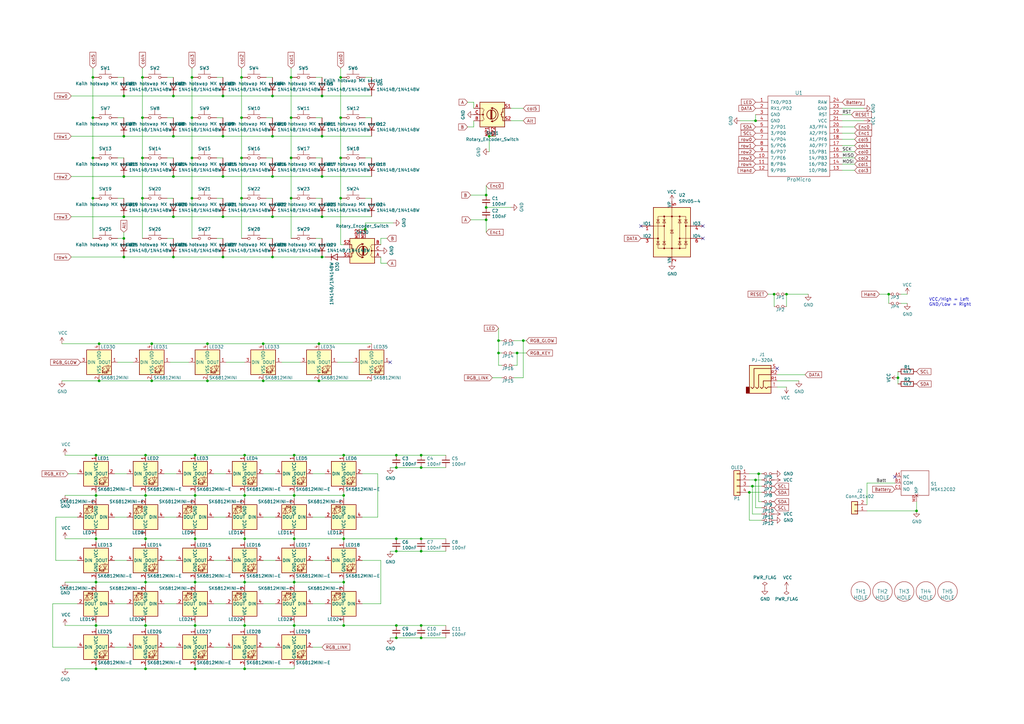
<source format=kicad_sch>
(kicad_sch (version 20211123) (generator eeschema)
  (paper "A3")
  (title_block (title "Lotus 58 Glow") (date "2022-09-14") (rev "v1.24") (company "Markus Knutsson <markus.knutsson@tweety.se>") (comment 1 "https://github.com/TweetyDaBird") (comment 2 "Licensed under CERN-OHL-S v2 or any superseding version"))
  (junction (at 119.38 48.26))
  (junction (at 50.8 97.79))
  (junction (at 59.69 274.32))
  (junction (at 132.08 88.9))
  (junction (at 204.47 139.7))
  (junction (at 59.69 220.98))
  (junction (at 100.33 256.54))
  (junction (at 307.34 201.93))
  (junction (at 85.09 140.97))
  (junction (at 130.81 140.97))
  (junction (at 80.01 220.98))
  (junction (at 91.44 105.41))
  (junction (at 139.7 48.26))
  (junction (at 162.56 261.62))
  (junction (at 100.33 203.2))
  (junction (at 58.42 81.28))
  (junction (at 80.01 186.69))
  (junction (at 78.74 81.28))
  (junction (at 204.47 144.78))
  (junction (at 199.39 90.17))
  (junction (at 172.72 261.62))
  (junction (at 111.76 55.88))
  (junction (at 132.08 55.88))
  (junction (at 39.37 186.69))
  (junction (at 368.3 154.94))
  (junction (at 85.09 156.21))
  (junction (at 59.69 256.54))
  (junction (at 50.8 105.41))
  (junction (at 172.72 186.69))
  (junction (at 199.39 85.09))
  (junction (at 80.01 274.32))
  (junction (at 111.76 39.37))
  (junction (at 111.76 72.39))
  (junction (at 200.66 55.88))
  (junction (at 119.38 31.75))
  (junction (at 58.42 48.26))
  (junction (at 172.72 220.98))
  (junction (at 99.06 31.75))
  (junction (at 71.12 72.39))
  (junction (at 38.1 48.26))
  (junction (at 140.97 238.76))
  (junction (at 50.8 39.37))
  (junction (at 58.42 31.75))
  (junction (at 149.86 93.98))
  (junction (at 50.8 72.39))
  (junction (at 139.7 64.77))
  (junction (at 71.12 55.88))
  (junction (at 99.06 81.28))
  (junction (at 59.69 186.69))
  (junction (at 39.37 220.98))
  (junction (at 71.12 39.37))
  (junction (at 50.8 88.9))
  (junction (at 107.95 156.21))
  (junction (at 140.97 220.98))
  (junction (at 100.33 186.69))
  (junction (at 58.42 64.77))
  (junction (at 38.1 31.75))
  (junction (at 50.8 55.88))
  (junction (at 172.72 191.77))
  (junction (at 111.76 105.41))
  (junction (at 140.97 256.54))
  (junction (at 39.37 238.76))
  (junction (at 39.37 274.32))
  (junction (at 91.44 55.88))
  (junction (at 317.5 120.65))
  (junction (at 38.1 64.77))
  (junction (at 375.92 209.55))
  (junction (at 162.56 226.06))
  (junction (at 162.56 220.98))
  (junction (at 364.49 120.65))
  (junction (at 71.12 105.41))
  (junction (at 78.74 64.77))
  (junction (at 120.65 256.54))
  (junction (at 120.65 220.98))
  (junction (at 39.37 256.54))
  (junction (at 111.76 88.9))
  (junction (at 59.69 203.2))
  (junction (at 80.01 238.76))
  (junction (at 199.39 80.01))
  (junction (at 120.65 186.69))
  (junction (at 91.44 39.37))
  (junction (at 311.15 194.31))
  (junction (at 132.08 72.39))
  (junction (at 120.65 203.2))
  (junction (at 132.08 39.37))
  (junction (at 119.38 64.77))
  (junction (at 132.08 105.41))
  (junction (at 120.65 238.76))
  (junction (at 322.58 120.65))
  (junction (at 309.88 49.53))
  (junction (at 309.88 196.85))
  (junction (at 140.97 203.2))
  (junction (at 39.37 203.2))
  (junction (at 100.33 220.98))
  (junction (at 78.74 31.75))
  (junction (at 172.72 226.06))
  (junction (at 308.61 199.39))
  (junction (at 80.01 203.2))
  (junction (at 99.06 64.77))
  (junction (at 78.74 48.26))
  (junction (at 162.56 186.69))
  (junction (at 172.72 256.54))
  (junction (at 80.01 256.54))
  (junction (at 214.63 139.7))
  (junction (at 99.06 48.26))
  (junction (at 162.56 191.77))
  (junction (at 212.09 144.78))
  (junction (at 91.44 72.39))
  (junction (at 40.64 140.97))
  (junction (at 100.33 238.76))
  (junction (at 130.81 156.21))
  (junction (at 139.7 31.75))
  (junction (at 91.44 88.9))
  (junction (at 139.7 81.28))
  (junction (at 62.23 156.21))
  (junction (at 100.33 274.32))
  (junction (at 107.95 140.97))
  (junction (at 62.23 140.97))
  (junction (at 38.1 81.28))
  (junction (at 162.56 256.54))
  (junction (at 140.97 186.69))
  (junction (at 71.12 88.9))
  (junction (at 119.38 81.28))
  (junction (at 40.64 156.21))
  (junction (at 59.69 238.76))
  (no_connect (at 160.02 148.59))
  (no_connect (at 367.03 195.58))
  (no_connect (at 262.89 92.71))
  (no_connect (at 288.29 97.79))
  (no_connect (at 288.29 92.71))
  (no_connect (at 318.77 151.13))
  (wire (pts (xy 107.95 156.21) (xy 130.81 156.21)))
  (wire (pts (xy 345.44 59.69) (xy 350.52 59.69)))
  (wire (pts (xy 140.97 203.2) (xy 140.97 201.93)))
  (wire (pts (xy 214.63 139.7) (xy 215.9 139.7)))
  (wire (pts (xy 307.34 194.31) (xy 311.15 194.31)))
  (wire (pts (xy 120.65 203.2) (xy 120.65 201.93)))
  (wire (pts (xy 25.4 156.21) (xy 40.64 156.21)))
  (wire (pts (xy 80.01 238.76) (xy 100.33 238.76)))
  (wire (pts (xy 120.65 186.69) (xy 140.97 186.69)))
  (wire (pts (xy 132.08 48.26) (xy 129.54 48.26)))
  (wire (pts (xy 162.56 220.98) (xy 172.72 220.98)))
  (wire (pts (xy 199.39 80.01) (xy 199.39 76.2)))
  (wire (pts (xy 120.65 222.25) (xy 120.65 220.98)))
  (wire (pts (xy 109.22 31.75) (xy 111.76 31.75)))
  (wire (pts (xy 107.95 265.43) (xy 113.03 265.43)))
  (wire (pts (xy 210.82 144.78) (xy 212.09 144.78)))
  (wire (pts (xy 107.95 194.31) (xy 113.03 194.31)))
  (wire (pts (xy 128.27 229.87) (xy 133.35 229.87)))
  (wire (pts (xy 67.31 212.09) (xy 72.39 212.09)))
  (wire (pts (xy 68.58 64.77) (xy 71.12 64.77)))
  (wire (pts (xy 67.31 247.65) (xy 72.39 247.65)))
  (wire (pts (xy 162.56 191.77) (xy 172.72 191.77)))
  (wire (pts (xy 80.01 220.98) (xy 80.01 222.25)))
  (wire (pts (xy 39.37 274.32) (xy 39.37 273.05)))
  (wire (pts (xy 209.55 49.53) (xy 214.63 49.53)))
  (wire (pts (xy 162.56 186.69) (xy 172.72 186.69)))
  (wire (pts (xy 130.81 140.97) (xy 152.4 140.97)))
  (wire (pts (xy 59.69 257.81) (xy 59.69 256.54)))
  (wire (pts (xy 318.77 153.67) (xy 330.2 153.67)))
  (wire (pts (xy 162.56 226.06) (xy 172.72 226.06)))
  (wire (pts (xy 140.97 220.98) (xy 140.97 222.25)))
  (wire (pts (xy 46.99 212.09) (xy 52.07 212.09)))
  (wire (pts (xy 128.27 194.31) (xy 133.35 194.31)))
  (wire (pts (xy 120.65 255.27) (xy 120.65 256.54)))
  (wire (pts (xy 21.59 247.65) (xy 21.59 265.43)))
  (wire (pts (xy 172.72 261.62) (xy 182.88 261.62)))
  (wire (pts (xy 31.75 247.65) (xy 21.59 247.65)))
  (wire (pts (xy 87.63 212.09) (xy 92.71 212.09)))
  (wire (pts (xy 29.21 105.41) (xy 50.8 105.41)))
  (wire (pts (xy 162.56 261.62) (xy 172.72 261.62)))
  (wire (pts (xy 311.15 194.31) (xy 311.15 205.74)))
  (wire (pts (xy 87.63 229.87) (xy 92.71 229.87)))
  (wire (pts (xy 156.21 229.87) (xy 156.21 247.65)))
  (wire (pts (xy 68.58 31.75) (xy 71.12 31.75)))
  (wire (pts (xy 59.69 220.98) (xy 80.01 220.98)))
  (wire (pts (xy 367.03 198.12) (xy 355.6 198.12)))
  (wire (pts (xy 80.01 186.69) (xy 100.33 186.69)))
  (wire (pts (xy 50.8 81.28) (xy 48.26 81.28)))
  (wire (pts (xy 193.04 80.01) (xy 199.39 80.01)))
  (wire (pts (xy 91.44 97.79) (xy 88.9 97.79)))
  (wire (pts (xy 87.63 194.31) (xy 92.71 194.31)))
  (wire (pts (xy 25.4 140.97) (xy 40.64 140.97)))
  (wire (pts (xy 132.08 55.88) (xy 152.4 55.88)))
  (wire (pts (xy 78.74 48.26) (xy 78.74 64.77)))
  (wire (pts (xy 162.56 191.77) (xy 160.02 191.77)))
  (wire (pts (xy 204.47 149.86) (xy 205.74 149.86)))
  (wire (pts (xy 172.72 226.06) (xy 182.88 226.06)))
  (wire (pts (xy 39.37 220.98) (xy 26.67 220.98)))
  (wire (pts (xy 120.65 256.54) (xy 140.97 256.54)))
  (wire (pts (xy 38.1 27.94) (xy 38.1 31.75)))
  (wire (pts (xy 201.93 154.94) (xy 205.74 154.94)))
  (wire (pts (xy 88.9 31.75) (xy 91.44 31.75)))
  (wire (pts (xy 132.08 105.41) (xy 133.35 105.41)))
  (wire (pts (xy 99.06 31.75) (xy 99.06 48.26)))
  (wire (pts (xy 59.69 220.98) (xy 59.69 222.25)))
  (wire (pts (xy 99.06 27.94) (xy 99.06 31.75)))
  (wire (pts (xy 26.67 186.69) (xy 39.37 186.69)))
  (wire (pts (xy 355.6 198.12) (xy 355.6 207.01)))
  (wire (pts (xy 78.74 64.77) (xy 78.74 81.28)))
  (wire (pts (xy 27.94 194.31) (xy 31.75 194.31)))
  (wire (pts (xy 46.99 194.31) (xy 52.07 194.31)))
  (wire (pts (xy 39.37 203.2) (xy 39.37 204.47)))
  (wire (pts (xy 80.01 237.49) (xy 80.01 238.76)))
  (wire (pts (xy 210.82 139.7) (xy 214.63 139.7)))
  (wire (pts (xy 204.47 144.78) (xy 205.74 144.78)))
  (wire (pts (xy 29.21 55.88) (xy 50.8 55.88)))
  (wire (pts (xy 50.8 55.88) (xy 71.12 55.88)))
  (wire (pts (xy 59.69 255.27) (xy 59.69 256.54)))
  (wire (pts (xy 48.26 64.77) (xy 50.8 64.77)))
  (wire (pts (xy 78.74 31.75) (xy 78.74 48.26)))
  (wire (pts (xy 80.01 203.2) (xy 59.69 203.2)))
  (wire (pts (xy 31.75 229.87) (xy 22.86 229.87)))
  (wire (pts (xy 309.88 49.53) (xy 303.53 49.53)))
  (wire (pts (xy 115.57 148.59) (xy 123.19 148.59)))
  (wire (pts (xy 100.33 203.2) (xy 100.33 201.93)))
  (wire (pts (xy 39.37 240.03) (xy 39.37 238.76)))
  (wire (pts (xy 71.12 105.41) (xy 91.44 105.41)))
  (wire (pts (xy 345.44 52.07) (xy 350.52 52.07)))
  (wire (pts (xy 111.76 64.77) (xy 109.22 64.77)))
  (wire (pts (xy 50.8 95.25) (xy 50.8 97.79)))
  (wire (pts (xy 39.37 220.98) (xy 39.37 222.25)))
  (wire (pts (xy 312.42 194.31) (xy 311.15 194.31)))
  (wire (pts (xy 149.86 64.77) (xy 152.4 64.77)))
  (wire (pts (xy 312.42 196.85) (xy 309.88 196.85)))
  (wire (pts (xy 307.34 201.93) (xy 312.42 201.93)))
  (wire (pts (xy 78.74 81.28) (xy 78.74 97.79)))
  (wire (pts (xy 80.01 203.2) (xy 100.33 203.2)))
  (wire (pts (xy 46.99 265.43) (xy 52.07 265.43)))
  (wire (pts (xy 158.75 107.95) (xy 156.21 107.95)))
  (wire (pts (xy 100.33 220.98) (xy 100.33 222.25)))
  (wire (pts (xy 39.37 201.93) (xy 39.37 203.2)))
  (wire (pts (xy 200.66 62.23) (xy 200.66 55.88)))
  (wire (pts (xy 318.77 156.21) (xy 327.66 156.21)))
  (wire (pts (xy 71.12 72.39) (xy 91.44 72.39)))
  (wire (pts (xy 50.8 88.9) (xy 71.12 88.9)))
  (wire (pts (xy 309.88 46.99) (xy 309.88 49.53)))
  (wire (pts (xy 99.06 64.77) (xy 99.06 81.28)))
  (wire (pts (xy 156.21 107.95) (xy 156.21 105.41)))
  (wire (pts (xy 199.39 95.25) (xy 199.39 90.17)))
  (wire (pts (xy 209.55 44.45) (xy 214.63 44.45)))
  (wire (pts (xy 130.81 156.21) (xy 152.4 156.21)))
  (wire (pts (xy 119.38 81.28) (xy 119.38 97.79)))
  (wire (pts (xy 85.09 156.21) (xy 107.95 156.21)))
  (wire (pts (xy 39.37 219.71) (xy 39.37 220.98)))
  (wire (pts (xy 191.77 52.07) (xy 194.31 52.07)))
  (wire (pts (xy 161.29 91.44) (xy 149.86 91.44)))
  (wire (pts (xy 78.74 27.94) (xy 78.74 31.75)))
  (wire (pts (xy 345.44 49.53) (xy 354.33 49.53)))
  (wire (pts (xy 71.12 55.88) (xy 91.44 55.88)))
  (wire (pts (xy 119.38 31.75) (xy 119.38 48.26)))
  (wire (pts (xy 59.69 274.32) (xy 39.37 274.32)))
  (wire (pts (xy 99.06 48.26) (xy 99.06 64.77)))
  (wire (pts (xy 85.09 140.97) (xy 107.95 140.97)))
  (wire (pts (xy 92.71 148.59) (xy 100.33 148.59)))
  (wire (pts (xy 212.09 149.86) (xy 210.82 149.86)))
  (wire (pts (xy 149.86 81.28) (xy 152.4 81.28)))
  (wire (pts (xy 100.33 203.2) (xy 120.65 203.2)))
  (wire (pts (xy 21.59 265.43) (xy 31.75 265.43)))
  (wire (pts (xy 62.23 156.21) (xy 85.09 156.21)))
  (wire (pts (xy 212.09 144.78) (xy 215.9 144.78)))
  (wire (pts (xy 139.7 31.75) (xy 139.7 48.26)))
  (wire (pts (xy 204.47 144.78) (xy 204.47 149.86)))
  (wire (pts (xy 69.85 148.59) (xy 77.47 148.59)))
  (wire (pts (xy 140.97 186.69) (xy 162.56 186.69)))
  (wire (pts (xy 345.44 54.61) (xy 350.52 54.61)))
  (wire (pts (xy 100.33 274.32) (xy 80.01 274.32)))
  (wire (pts (xy 109.22 81.28) (xy 111.76 81.28)))
  (wire (pts (xy 119.38 48.26) (xy 119.38 64.77)))
  (wire (pts (xy 80.01 274.32) (xy 80.01 273.05)))
  (wire (pts (xy 71.12 48.26) (xy 68.58 48.26)))
  (wire (pts (xy 100.33 256.54) (xy 100.33 255.27)))
  (wire (pts (xy 214.63 154.94) (xy 214.63 139.7)))
  (wire (pts (xy 140.97 220.98) (xy 162.56 220.98)))
  (wire (pts (xy 345.44 44.45) (xy 354.33 44.45)))
  (wire (pts (xy 67.31 229.87) (xy 72.39 229.87)))
  (wire (pts (xy 91.44 88.9) (xy 111.76 88.9)))
  (wire (pts (xy 80.01 257.81) (xy 80.01 256.54)))
  (wire (pts (xy 317.5 120.65) (xy 317.5 125.73)))
  (wire (pts (xy 119.38 64.77) (xy 119.38 81.28)))
  (wire (pts (xy 148.59 247.65) (xy 156.21 247.65)))
  (wire (pts (xy 100.33 238.76) (xy 120.65 238.76)))
  (wire (pts (xy 58.42 27.94) (xy 58.42 31.75)))
  (wire (pts (xy 26.67 256.54) (xy 39.37 256.54)))
  (wire (pts (xy 200.66 55.88) (xy 203.2 55.88)))
  (wire (pts (xy 99.06 81.28) (xy 99.06 97.79)))
  (wire (pts (xy 147.32 93.98) (xy 149.86 93.98)))
  (wire (pts (xy 48.26 148.59) (xy 54.61 148.59)))
  (wire (pts (xy 100.33 257.81) (xy 100.33 256.54)))
  (wire (pts (xy 29.21 88.9) (xy 50.8 88.9)))
  (wire (pts (xy 46.99 247.65) (xy 52.07 247.65)))
  (wire (pts (xy 132.08 97.79) (xy 129.54 97.79)))
  (wire (pts (xy 204.47 139.7) (xy 205.74 139.7)))
  (wire (pts (xy 88.9 48.26) (xy 91.44 48.26)))
  (wire (pts (xy 140.97 237.49) (xy 140.97 238.76)))
  (wire (pts (xy 107.95 247.65) (xy 113.03 247.65)))
  (wire (pts (xy 111.76 97.79) (xy 109.22 97.79)))
  (wire (pts (xy 80.01 203.2) (xy 80.01 204.47)))
  (wire (pts (xy 120.65 274.32) (xy 100.33 274.32)))
  (wire (pts (xy 26.67 238.76) (xy 39.37 238.76)))
  (wire (pts (xy 140.97 220.98) (xy 140.97 219.71)))
  (wire (pts (xy 100.33 204.47) (xy 100.33 203.2)))
  (wire (pts (xy 149.86 31.75) (xy 152.4 31.75)))
  (wire (pts (xy 140.97 203.2) (xy 140.97 204.47)))
  (wire (pts (xy 372.11 124.46) (xy 369.57 124.46)))
  (wire (pts (xy 120.65 204.47) (xy 120.65 203.2)))
  (wire (pts (xy 204.47 139.7) (xy 204.47 144.78)))
  (wire (pts (xy 345.44 62.23) (xy 350.52 62.23)))
  (wire (pts (xy 107.95 140.97) (xy 130.81 140.97)))
  (wire (pts (xy 87.63 247.65) (xy 92.71 247.65)))
  (wire (pts (xy 191.77 41.91) (xy 194.31 41.91)))
  (wire (pts (xy 193.04 90.17) (xy 199.39 90.17)))
  (wire (pts (xy 59.69 186.69) (xy 80.01 186.69)))
  (wire (pts (xy 162.56 261.62) (xy 160.02 261.62)))
  (wire (pts (xy 120.65 238.76) (xy 140.97 238.76)))
  (wire (pts (xy 364.49 124.46) (xy 364.49 120.65)))
  (wire (pts (xy 80.01 220.98) (xy 80.01 219.71)))
  (wire (pts (xy 199.39 85.09) (xy 209.55 85.09)))
  (wire (pts (xy 345.44 67.31) (xy 350.52 67.31)))
  (wire (pts (xy 67.31 265.43) (xy 72.39 265.43)))
  (wire (pts (xy 22.86 229.87) (xy 22.86 212.09)))
  (wire (pts (xy 162.56 256.54) (xy 172.72 256.54)))
  (wire (pts (xy 314.96 120.65) (xy 317.5 120.65)))
  (wire (pts (xy 194.31 52.07) (xy 194.31 49.53)))
  (wire (pts (xy 50.8 105.41) (xy 71.12 105.41)))
  (wire (pts (xy 87.63 265.43) (xy 92.71 265.43)))
  (wire (pts (xy 59.69 274.32) (xy 59.69 273.05)))
  (wire (pts (xy 132.08 31.75) (xy 129.54 31.75)))
  (wire (pts (xy 39.37 203.2) (xy 26.67 203.2)))
  (wire (pts (xy 91.44 81.28) (xy 88.9 81.28)))
  (wire (pts (xy 111.76 55.88) (xy 132.08 55.88)))
  (wire (pts (xy 375.92 209.55) (xy 375.92 205.74)))
  (wire (pts (xy 132.08 72.39) (xy 152.4 72.39)))
  (wire (pts (xy 59.69 203.2) (xy 59.69 201.93)))
  (wire (pts (xy 345.44 69.85) (xy 350.52 69.85)))
  (wire (pts (xy 39.37 186.69) (xy 59.69 186.69)))
  (wire (pts (xy 29.21 39.37) (xy 50.8 39.37)))
  (wire (pts (xy 149.86 91.44) (xy 149.86 93.98)))
  (wire (pts (xy 139.7 64.77) (xy 139.7 81.28)))
  (wire (pts (xy 120.65 257.81) (xy 120.65 256.54)))
  (wire (pts (xy 368.3 154.94) (xy 368.3 157.48)))
  (wire (pts (xy 360.68 120.65) (xy 364.49 120.65)))
  (wire (pts (xy 322.58 120.65) (xy 322.58 125.73)))
  (wire (pts (xy 152.4 48.26) (xy 149.86 48.26)))
  (wire (pts (xy 39.37 203.2) (xy 59.69 203.2)))
  (wire (pts (xy 100.33 237.49) (xy 100.33 238.76)))
  (wire (pts (xy 59.69 237.49) (xy 59.69 238.76)))
  (wire (pts (xy 120.65 203.2) (xy 140.97 203.2)))
  (wire (pts (xy 140.97 256.54) (xy 140.97 255.27)))
  (wire (pts (xy 91.44 105.41) (xy 111.76 105.41)))
  (wire (pts (xy 204.47 134.62) (xy 204.47 139.7)))
  (wire (pts (xy 111.76 72.39) (xy 132.08 72.39)))
  (wire (pts (xy 100.33 220.98) (xy 120.65 220.98)))
  (wire (pts (xy 120.65 274.32) (xy 120.65 273.05)))
  (wire (pts (xy 345.44 46.99) (xy 349.25 46.99)))
  (wire (pts (xy 120.65 220.98) (xy 120.65 219.71)))
  (wire (pts (xy 62.23 140.97) (xy 85.09 140.97)))
  (wire (pts (xy 140.97 256.54) (xy 162.56 256.54)))
  (wire (pts (xy 368.3 152.4) (xy 368.3 154.94)))
  (wire (pts (xy 148.59 229.87) (xy 156.21 229.87)))
  (wire (pts (xy 154.94 194.31) (xy 154.94 212.09)))
  (wire (pts (xy 91.44 72.39) (xy 111.76 72.39)))
  (wire (pts (xy 80.01 201.93) (xy 80.01 203.2)))
  (wire (pts (xy 172.72 186.69) (xy 182.88 186.69)))
  (wire (pts (xy 91.44 39.37) (xy 111.76 39.37)))
  (wire (pts (xy 58.42 81.28) (xy 58.42 97.79)))
  (wire (pts (xy 59.69 220.98) (xy 59.69 219.71)))
  (wire (pts (xy 59.69 204.47) (xy 59.69 203.2)))
  (wire (pts (xy 172.72 256.54) (xy 182.88 256.54)))
  (wire (pts (xy 80.01 240.03) (xy 80.01 238.76)))
  (wire (pts (xy 132.08 265.43) (xy 128.27 265.43)))
  (wire (pts (xy 67.31 194.31) (xy 72.39 194.31)))
  (wire (pts (xy 158.75 97.79) (xy 156.21 97.79)))
  (wire (pts (xy 120.65 220.98) (xy 140.97 220.98)))
  (wire (pts (xy 331.47 120.65) (xy 322.58 120.65)))
  (wire (pts (xy 162.56 226.06) (xy 160.02 226.06)))
  (wire (pts (xy 80.01 256.54) (xy 80.01 255.27)))
  (wire (pts (xy 318.77 158.75) (xy 322.58 158.75)))
  (wire (pts (xy 71.12 39.37) (xy 91.44 39.37)))
  (wire (pts (xy 46.99 229.87) (xy 52.07 229.87)))
  (wire (pts (xy 39.37 255.27) (xy 39.37 256.54)))
  (wire (pts (xy 369.57 120.65) (xy 372.11 120.65)))
  (wire (pts (xy 38.1 48.26) (xy 38.1 64.77)))
  (wire (pts (xy 148.59 212.09) (xy 154.94 212.09)))
  (wire (pts (xy 128.27 247.65) (xy 133.35 247.65)))
  (wire (pts (xy 39.37 257.81) (xy 39.37 256.54)))
  (wire (pts (xy 80.01 220.98) (xy 100.33 220.98)))
  (wire (pts (xy 59.69 256.54) (xy 80.01 256.54)))
  (wire (pts (xy 38.1 81.28) (xy 38.1 97.79)))
  (wire (pts (xy 59.69 238.76) (xy 80.01 238.76)))
  (wire (pts (xy 107.95 212.09) (xy 113.03 212.09)))
  (wire (pts (xy 119.38 27.94) (xy 119.38 31.75)))
  (wire (pts (xy 139.7 48.26) (xy 139.7 64.77)))
  (wire (pts (xy 139.7 27.94) (xy 139.7 31.75)))
  (wire (pts (xy 139.7 81.28) (xy 139.7 100.33)))
  (wire (pts (xy 80.01 274.32) (xy 59.69 274.32)))
  (wire (pts (xy 132.08 39.37) (xy 152.4 39.37)))
  (wire (pts (xy 100.33 186.69) (xy 120.65 186.69)))
  (wire (pts (xy 100.33 274.32) (xy 100.33 273.05)))
  (wire (pts (xy 50.8 39.37) (xy 71.12 39.37)))
  (wire (pts (xy 308.61 199.39) (xy 312.42 199.39)))
  (wire (pts (xy 132.08 88.9) (xy 152.4 88.9)))
  (wire (pts (xy 100.33 256.54) (xy 120.65 256.54)))
  (wire (pts (xy 71.12 88.9) (xy 91.44 88.9)))
  (wire (pts (xy 120.65 240.03) (xy 120.65 238.76)))
  (wire (pts (xy 71.12 81.28) (xy 68.58 81.28)))
  (wire (pts (xy 22.86 212.09) (xy 31.75 212.09)))
  (wire (pts (xy 210.82 154.94) (xy 214.63 154.94)))
  (wire (pts (xy 39.37 274.32) (xy 26.67 274.32)))
  (wire (pts (xy 309.88 196.85) (xy 309.88 208.28)))
  (wire (pts (xy 308.61 210.82) (xy 308.61 199.39)))
  (wire (pts (xy 172.72 220.98) (xy 182.88 220.98)))
  (wire (pts (xy 40.64 156.21) (xy 62.23 156.21)))
  (wire (pts (xy 39.37 238.76) (xy 59.69 238.76)))
  (wire (pts (xy 307.34 213.36) (xy 312.42 213.36)))
  (wire (pts (xy 307.34 201.93) (xy 307.34 213.36)))
  (wire (pts (xy 58.42 64.77) (xy 58.42 81.28)))
  (wire (pts (xy 156.21 97.79) (xy 156.21 100.33)))
  (wire (pts (xy 107.95 229.87) (xy 113.03 229.87)))
  (wire (pts (xy 132.08 64.77) (xy 129.54 64.77)))
  (wire (pts (xy 139.7 100.33) (xy 140.97 100.33)))
  (wire (pts (xy 71.12 97.79) (xy 68.58 97.79)))
  (wire (pts (xy 307.34 196.85) (xy 309.88 196.85)))
  (wire (pts (xy 50.8 48.26) (xy 48.26 48.26)))
  (wire (pts (xy 345.44 64.77) (xy 350.52 64.77)))
  (wire (pts (xy 312.42 205.74) (xy 311.15 205.74)))
  (wire (pts (xy 312.42 210.82) (xy 308.61 210.82)))
  (wire (pts (xy 100.33 238.76) (xy 100.33 240.03)))
  (wire (pts (xy 111.76 48.26) (xy 109.22 48.26)))
  (wire (pts (xy 88.9 64.77) (xy 91.44 64.77)))
  (wire (pts (xy 138.43 148.59) (xy 144.78 148.59)))
  (wire (pts (xy 50.8 31.75) (xy 48.26 31.75)))
  (wire (pts (xy 148.59 194.31) (xy 154.94 194.31)))
  (wire (pts (xy 80.01 256.54) (xy 100.33 256.54)))
  (wire (pts (xy 120.65 237.49) (xy 120.65 238.76)))
  (wire (pts (xy 111.76 105.41) (xy 132.08 105.41)))
  (wire (pts (xy 50.8 72.39) (xy 71.12 72.39)))
  (wire (pts (xy 132.08 81.28) (xy 129.54 81.28)))
  (wire (pts (xy 111.76 88.9) (xy 132.08 88.9)))
  (wire (pts (xy 39.37 220.98) (xy 59.69 220.98)))
  (wire (pts (xy 58.42 31.75) (xy 58.42 48.26)))
  (wire (pts (xy 29.21 72.39) (xy 50.8 72.39)))
  (wire (pts (xy 59.69 238.76) (xy 59.69 240.03)))
  (wire (pts (xy 39.37 256.54) (xy 59.69 256.54)))
  (wire (pts (xy 100.33 220.98) (xy 100.33 219.71)))
  (wire (pts (xy 355.6 209.55) (xy 375.92 209.55)))
  (wire (pts (xy 91.44 55.88) (xy 111.76 55.88)))
  (wire (pts (xy 194.31 41.91) (xy 194.31 44.45)))
  (wire (pts (xy 309.88 208.28) (xy 312.42 208.28)))
  (wire (pts (xy 39.37 237.49) (xy 39.37 238.76)))
  (wire (pts (xy 345.44 57.15) (xy 350.52 57.15)))
  (wire (pts (xy 40.64 140.97) (xy 62.23 140.97)))
  (wire (pts (xy 172.72 191.77) (xy 182.88 191.77)))
  (wire (pts (xy 48.26 97.79) (xy 50.8 97.79)))
  (wire (pts (xy 307.34 199.39) (xy 308.61 199.39)))
  (wire (pts (xy 140.97 238.76) (xy 140.97 240.03)))
  (wire (pts (xy 38.1 31.75) (xy 38.1 48.26)))
  (wire (pts (xy 111.76 39.37) (xy 132.08 39.37)))
  (wire (pts (xy 212.09 144.78) (xy 212.09 149.86)))
  (wire (pts (xy 58.42 48.26) (xy 58.42 64.77)))
  (wire (pts (xy 38.1 64.77) (xy 38.1 81.28)))
  (wire (pts (xy 128.27 212.09) (xy 133.35 212.09)))
  (text "VCC/High = Left\nGND/Low = Right" (at 381 125.73 0) (effects (font (size 1.27 1.27)) (justify left bottom)))
  (label "MOSI" (at 345.44 67.31 0))
  (label "SCK" (at 345.44 62.23 0))
  (label "Batt" (at 359.41 198.12 0))
  (label "RST" (at 345.44 46.99 0))
  (label "MISO" (at 345.44 64.77 0))
  (global_label "A" (shape input) (at 193.04 90.17 180) (property "Intersheet References" "${INTERSHEET_REFS}" (effects hide)))
  (global_label "Alt" (shape input) (at 50.8 95.25 90) (property "Intersheet References" "${INTERSHEET_REFS}" (effects hide)))
  (global_label "col2" (shape input) (at 350.52 64.77 0) (property "Intersheet References" "${INTERSHEET_REFS}" (effects hide)))
  (global_label "RESET" (shape input) (at 314.96 120.65 180) (property "Intersheet References" "${INTERSHEET_REFS}" (effects hide)))
  (global_label "row2" (shape input) (at 309.88 62.23 180) (property "Intersheet References" "${INTERSHEET_REFS}" (effects hide)))
  (global_label "RESET" (shape input) (at 349.25 46.99 0) (property "Intersheet References" "${INTERSHEET_REFS}" (effects hide)))
  (global_label "col4" (shape input) (at 58.42 27.94 90) (property "Intersheet References" "${INTERSHEET_REFS}" (effects hide)))
  (global_label "row1" (shape input) (at 309.88 59.69 180) (property "Intersheet References" "${INTERSHEET_REFS}" (effects hide)))
  (global_label "RGB_GLOW" (shape input) (at 33.02 148.59 180) (property "Intersheet References" "${INTERSHEET_REFS}" (effects hide)))
  (global_label "SCL" (shape input) (at 375.92 152.4 0) (property "Intersheet References" "${INTERSHEET_REFS}" (effects hide)))
  (global_label "Battery" (shape input) (at 345.44 41.91 0) (property "Intersheet References" "${INTERSHEET_REFS}" (effects hide)))
  (global_label "RGB_GLOW" (shape input) (at 215.9 139.7 0) (property "Intersheet References" "${INTERSHEET_REFS}" (effects hide)))
  (global_label "SDA" (shape input) (at 375.92 157.48 0) (property "Intersheet References" "${INTERSHEET_REFS}" (effects hide)))
  (global_label "Enc1" (shape input) (at 199.39 95.25 0) (property "Intersheet References" "${INTERSHEET_REFS}" (effects hide)))
  (global_label "RGB_KEY" (shape input) (at 215.9 144.78 0) (property "Intersheet References" "${INTERSHEET_REFS}" (effects hide)))
  (global_label "RGB_LINK" (shape input) (at 201.93 154.94 180) (property "Intersheet References" "${INTERSHEET_REFS}" (effects hide)))
  (global_label "row3" (shape input) (at 29.21 88.9 180) (property "Intersheet References" "${INTERSHEET_REFS}" (effects hide)))
  (global_label "SDA" (shape input) (at 317.5 205.74 0) (property "Intersheet References" "${INTERSHEET_REFS}" (effects hide)))
  (global_label "row3" (shape input) (at 309.88 64.77 180) (property "Intersheet References" "${INTERSHEET_REFS}" (effects hide)))
  (global_label "SCL" (shape input) (at 309.88 54.61 180) (property "Intersheet References" "${INTERSHEET_REFS}" (effects hide)))
  (global_label "SDA" (shape input) (at 317.5 201.93 0) (property "Intersheet References" "${INTERSHEET_REFS}" (effects hide)))
  (global_label "Enc0" (shape input) (at 350.52 52.07 0) (property "Intersheet References" "${INTERSHEET_REFS}" (effects hide)))
  (global_label "col4" (shape input) (at 350.52 59.69 0) (property "Intersheet References" "${INTERSHEET_REFS}" (effects hide)))
  (global_label "row1" (shape input) (at 29.21 55.88 180) (property "Intersheet References" "${INTERSHEET_REFS}" (effects hide)))
  (global_label "SCL" (shape input) (at 317.5 208.28 0) (property "Intersheet References" "${INTERSHEET_REFS}" (effects hide)))
  (global_label "RGB_LINK" (shape input) (at 132.08 265.43 0) (property "Intersheet References" "${INTERSHEET_REFS}" (effects hide)))
  (global_label "row2" (shape input) (at 29.21 72.39 180) (property "Intersheet References" "${INTERSHEET_REFS}" (effects hide)))
  (global_label "A" (shape input) (at 191.77 41.91 180) (property "Intersheet References" "${INTERSHEET_REFS}" (effects hide)))
  (global_label "col5" (shape input) (at 214.63 44.45 0) (property "Intersheet References" "${INTERSHEET_REFS}" (effects hide)))
  (global_label "col5" (shape input) (at 38.1 27.94 90) (property "Intersheet References" "${INTERSHEET_REFS}" (effects hide)))
  (global_label "col0" (shape input) (at 350.52 62.23 0) (property "Intersheet References" "${INTERSHEET_REFS}" (effects hide)))
  (global_label "col3" (shape input) (at 78.74 27.94 90) (property "Intersheet References" "${INTERSHEET_REFS}" (effects hide)))
  (global_label "DATA" (shape input) (at 262.89 97.79 180) (property "Intersheet References" "${INTERSHEET_REFS}" (effects hide)))
  (global_label "Battery" (shape input) (at 367.03 200.66 180) (property "Intersheet References" "${INTERSHEET_REFS}" (effects hide)))
  (global_label "LED" (shape input) (at 309.88 41.91 180) (property "Intersheet References" "${INTERSHEET_REFS}" (effects hide)))
  (global_label "SCL" (shape input) (at 317.5 199.39 0) (property "Intersheet References" "${INTERSHEET_REFS}" (effects hide)))
  (global_label "Hand" (shape input) (at 309.88 69.85 180) (property "Intersheet References" "${INTERSHEET_REFS}" (effects hide)))
  (global_label "A" (shape input) (at 158.75 107.95 0) (property "Intersheet References" "${INTERSHEET_REFS}" (effects hide)))
  (global_label "row0" (shape input) (at 29.21 39.37 180) (property "Intersheet References" "${INTERSHEET_REFS}" (effects hide)))
  (global_label "SDA" (shape input) (at 309.88 52.07 180) (property "Intersheet References" "${INTERSHEET_REFS}" (effects hide)))
  (global_label "RGB_KEY" (shape input) (at 27.94 194.31 180) (property "Intersheet References" "${INTERSHEET_REFS}" (effects hide)))
  (global_label "Alt" (shape input) (at 214.63 49.53 0) (property "Intersheet References" "${INTERSHEET_REFS}" (effects hide)))
  (global_label "B" (shape input) (at 193.04 80.01 180) (property "Intersheet References" "${INTERSHEET_REFS}" (effects hide)))
  (global_label "col5" (shape input) (at 350.52 57.15 0) (property "Intersheet References" "${INTERSHEET_REFS}" (effects hide)))
  (global_label "DATA" (shape input) (at 330.2 153.67 0) (property "Intersheet References" "${INTERSHEET_REFS}" (effects hide)))
  (global_label "Enc0" (shape input) (at 199.39 76.2 0) (property "Intersheet References" "${INTERSHEET_REFS}" (effects hide)))
  (global_label "row4" (shape input) (at 29.21 105.41 180) (property "Intersheet References" "${INTERSHEET_REFS}" (effects hide)))
  (global_label "row0" (shape input) (at 309.88 57.15 180) (property "Intersheet References" "${INTERSHEET_REFS}" (effects hide)))
  (global_label "B" (shape input) (at 191.77 52.07 180) (property "Intersheet References" "${INTERSHEET_REFS}" (effects hide)))
  (global_label "B" (shape input) (at 158.75 97.79 0) (property "Intersheet References" "${INTERSHEET_REFS}" (effects hide)))
  (global_label "col1" (shape input) (at 350.52 67.31 0) (property "Intersheet References" "${INTERSHEET_REFS}" (effects hide)))
  (global_label "col1" (shape input) (at 119.38 27.94 90) (property "Intersheet References" "${INTERSHEET_REFS}" (effects hide)))
  (global_label "col0" (shape input) (at 139.7 27.94 90) (property "Intersheet References" "${INTERSHEET_REFS}" (effects hide)))
  (global_label "Hand" (shape input) (at 360.68 120.65 180) (property "Intersheet References" "${INTERSHEET_REFS}" (effects hide)))
  (global_label "col2" (shape input) (at 99.06 27.94 90) (property "Intersheet References" "${INTERSHEET_REFS}" (effects hide)))
  (global_label "DATA" (shape input) (at 309.88 44.45 180) (property "Intersheet References" "${INTERSHEET_REFS}" (effects hide)))
  (global_label "row4" (shape input) (at 309.88 67.31 180) (property "Intersheet References" "${INTERSHEET_REFS}" (effects hide)))
  (global_label "Enc1" (shape input) (at 350.52 54.61 0) (property "Intersheet References" "${INTERSHEET_REFS}" (effects hide)))
  (global_label "col3" (shape input) (at 350.52 69.85 0) (property "Intersheet References" "${INTERSHEET_REFS}" (effects hide)))
  (global_label "LED" (shape input) (at 204.47 134.62 180) (property "Intersheet References" "${INTERSHEET_REFS}" (effects hide)))
  (symbol (lib_id "keebio:ProMicro") (at 327.66 55.88 0) (unit 1)
    (property "Reference" "U1" (at 327.66 38.1 0) (effects (font (size 1.524 1.524))))
    (property "Value" "ProMicro" (at 327.66 73.66 0) (effects (font (size 1.524 1.524))))
    (property "Footprint" "Keyboard Library:ProMicro_Reversible" (effects hide))
  )
  (symbol (lib_id "Switch:SW_Push") (at 43.18 97.79 0) (unit 1)
    (property "Reference" "SW25" (at 43.18 93.98 0))
    (property "Value" "Kailh hotswap MX socket" (at 43.18 100.33 0))
    (property "Footprint" "keyswitches:Kailh_socket_MX_reversible_RGB" (effects hide))
  )
  (symbol (lib_id "Switch:SW_Push") (at 63.5 97.79 0) (unit 1)
    (property "Reference" "SW26" (at 63.5 93.98 0))
    (property "Value" "Kailh hotswap MX socket" (at 63.5 100.33 0))
    (property "Footprint" "keyswitches:Kailh_socket_MX_reversible_RGB" (effects hide))
  )
  (symbol (lib_id "Switch:SW_Push") (at 43.18 31.75 0) (unit 1)
    (property "Reference" "SW1" (at 43.18 27.94 0))
    (property "Value" "Kailh hotswap MX socket" (at 43.18 34.29 0))
    (property "Footprint" "keyswitches:Kailh_socket_MX_reversible_RGB" (effects hide))
  )
  (symbol (lib_id "Device:D") (at 50.8 35.56 90) (unit 1)
    (property "Reference" "D1" (at 52.8066 34.3916 90) (effects (justify right)))
    (property "Value" "1N4148/1N4148W" (at 52.8066 36.703 90) (effects (justify right)))
    (property "Footprint" "Keyboard Library:Diode_DO35_SOD123" (effects hide))
  )
  (symbol (lib_id "Switch:SW_Push") (at 63.5 31.75 0) (unit 1)
    (property "Reference" "SW2" (at 63.5 27.94 0))
    (property "Value" "Kailh hotswap MX socket" (at 63.5 34.29 0))
    (property "Footprint" "keyswitches:Kailh_socket_MX_reversible_RGB" (effects hide))
  )
  (symbol (lib_id "Device:D") (at 71.12 35.56 90) (unit 1)
    (property "Reference" "D2" (at 73.1266 34.3916 90) (effects (justify right)))
    (property "Value" "1N4148/1N4148W" (at 73.1266 36.703 90) (effects (justify right)))
    (property "Footprint" "Keyboard Library:Diode_DO35_SOD123" (effects hide))
  )
  (symbol (lib_id "Switch:SW_Push") (at 83.82 31.75 0) (unit 1)
    (property "Reference" "SW3" (at 83.82 27.94 0))
    (property "Value" "Kailh hotswap MX socket" (at 83.82 34.29 0))
    (property "Footprint" "keyswitches:Kailh_socket_MX_reversible_RGB" (effects hide))
  )
  (symbol (lib_id "Device:D") (at 91.44 35.56 90) (unit 1)
    (property "Reference" "D3" (at 93.4466 34.3916 90) (effects (justify right)))
    (property "Value" "1N4148/1N4148W" (at 93.4466 36.703 90) (effects (justify right)))
    (property "Footprint" "Keyboard Library:Diode_DO35_SOD123" (effects hide))
  )
  (symbol (lib_id "Switch:SW_Push") (at 104.14 31.75 0) (unit 1)
    (property "Reference" "SW4" (at 104.14 27.94 0))
    (property "Value" "Kailh hotswap MX socket" (at 104.14 34.29 0))
    (property "Footprint" "keyswitches:Kailh_socket_MX_reversible_RGB" (effects hide))
  )
  (symbol (lib_id "Device:D") (at 111.76 35.56 90) (unit 1)
    (property "Reference" "D4" (at 113.7666 34.3916 90) (effects (justify right)))
    (property "Value" "1N4148/1N4148W" (at 113.7666 36.703 90) (effects (justify right)))
    (property "Footprint" "Keyboard Library:Diode_DO35_SOD123" (effects hide))
  )
  (symbol (lib_id "Switch:SW_Push") (at 124.46 31.75 0) (unit 1)
    (property "Reference" "SW5" (at 124.46 27.94 0))
    (property "Value" "Kailh hotswap MX socket" (at 124.46 34.29 0))
    (property "Footprint" "keyswitches:Kailh_socket_MX_reversible_RGB" (effects hide))
  )
  (symbol (lib_id "Device:D") (at 132.08 35.56 90) (unit 1)
    (property "Reference" "D5" (at 134.0866 34.3916 90) (effects (justify right)))
    (property "Value" "1N4148/1N4148W" (at 134.0866 36.703 90) (effects (justify right)))
    (property "Footprint" "Keyboard Library:Diode_DO35_SOD123" (effects hide))
  )
  (symbol (lib_id "Switch:SW_Push") (at 144.78 31.75 0) (unit 1)
    (property "Reference" "SW6" (at 144.78 27.94 0))
    (property "Value" "Kailh hotswap MX socket" (at 144.78 33.02 0))
    (property "Footprint" "keyswitches:Kailh_socket_MX_reversible_RGB" (effects hide))
  )
  (symbol (lib_id "Device:D") (at 152.4 35.56 90) (unit 1)
    (property "Reference" "D6" (at 154.4066 34.3916 90) (effects (justify right)))
    (property "Value" "1N4148/1N4148W" (at 154.4066 36.703 90) (effects (justify right)))
    (property "Footprint" "Keyboard Library:Diode_DO35_SOD123" (effects hide))
  )
  (symbol (lib_id "Switch:SW_Push") (at 63.5 48.26 0) (unit 1)
    (property "Reference" "SW8" (at 63.5 44.45 0))
    (property "Value" "Kailh hotswap MX socket" (at 63.5 50.8 0))
    (property "Footprint" "keyswitches:Kailh_socket_MX_reversible_RGB" (effects hide))
  )
  (symbol (lib_id "Switch:SW_Push") (at 83.82 48.26 0) (unit 1)
    (property "Reference" "SW9" (at 83.82 44.45 0))
    (property "Value" "Kailh hotswap MX socket" (at 83.82 50.8 0))
    (property "Footprint" "keyswitches:Kailh_socket_MX_reversible_RGB" (effects hide))
  )
  (symbol (lib_id "Switch:SW_Push") (at 104.14 48.26 0) (unit 1)
    (property "Reference" "SW10" (at 104.14 44.45 0))
    (property "Value" "Kailh hotswap MX socket" (at 104.14 50.8 0))
    (property "Footprint" "keyswitches:Kailh_socket_MX_reversible_RGB" (effects hide))
  )
  (symbol (lib_id "Switch:SW_Push") (at 124.46 48.26 0) (unit 1)
    (property "Reference" "SW11" (at 124.46 44.45 0))
    (property "Value" "Kailh hotswap MX socket" (at 124.46 50.8 0))
    (property "Footprint" "keyswitches:Kailh_socket_MX_reversible_RGB" (effects hide))
  )
  (symbol (lib_id "Switch:SW_Push") (at 144.78 48.26 0) (unit 1)
    (property "Reference" "SW12" (at 144.78 44.45 0))
    (property "Value" "Kailh hotswap MX socket" (at 144.78 50.8 0))
    (property "Footprint" "keyswitches:Kailh_socket_MX_reversible_RGB" (effects hide))
  )
  (symbol (lib_id "Switch:SW_Push") (at 43.18 48.26 0) (unit 1)
    (property "Reference" "SW7" (at 43.18 44.45 0))
    (property "Value" "Kailh hotswap MX socket" (at 43.18 50.8 0))
    (property "Footprint" "keyswitches:Kailh_socket_MX_reversible_RGB" (effects hide))
  )
  (symbol (lib_id "Device:D") (at 50.8 52.07 90) (unit 1)
    (property "Reference" "D7" (at 52.8066 50.9016 90) (effects (justify right)))
    (property "Value" "1N4148/1N4148W" (at 52.8066 53.213 90) (effects (justify right)))
    (property "Footprint" "Keyboard Library:Diode_DO35_SOD123" (effects hide))
  )
  (symbol (lib_id "Device:D") (at 71.12 52.07 90) (unit 1)
    (property "Reference" "D8" (at 73.1266 50.9016 90) (effects (justify right)))
    (property "Value" "1N4148/1N4148W" (at 73.1266 53.213 90) (effects (justify right)))
    (property "Footprint" "Keyboard Library:Diode_DO35_SOD123" (effects hide))
  )
  (symbol (lib_id "Device:D") (at 91.44 52.07 90) (unit 1)
    (property "Reference" "D9" (at 93.4466 50.9016 90) (effects (justify right)))
    (property "Value" "1N4148/1N4148W" (at 93.4466 53.213 90) (effects (justify right)))
    (property "Footprint" "Keyboard Library:Diode_DO35_SOD123" (effects hide))
  )
  (symbol (lib_id "Device:D") (at 111.76 52.07 90) (unit 1)
    (property "Reference" "D10" (at 113.7666 50.9016 90) (effects (justify right)))
    (property "Value" "1N4148/1N4148W" (at 113.7666 53.213 90) (effects (justify right)))
    (property "Footprint" "Keyboard Library:Diode_DO35_SOD123" (effects hide))
  )
  (symbol (lib_id "Device:D") (at 132.08 52.07 90) (unit 1)
    (property "Reference" "D11" (at 134.0866 50.9016 90) (effects (justify right)))
    (property "Value" "1N4148/1N4148W" (at 134.0866 53.213 90) (effects (justify right)))
    (property "Footprint" "Keyboard Library:Diode_DO35_SOD123" (effects hide))
  )
  (symbol (lib_id "Device:D") (at 152.4 52.07 90) (unit 1)
    (property "Reference" "D12" (at 154.4066 50.9016 90) (effects (justify right)))
    (property "Value" "1N4148/1N4148W" (at 154.4066 53.213 90) (effects (justify right)))
    (property "Footprint" "Keyboard Library:Diode_DO35_SOD123" (effects hide))
  )
  (symbol (lib_id "Switch:SW_Push") (at 43.18 64.77 0) (unit 1)
    (property "Reference" "SW13" (at 43.18 60.96 0))
    (property "Value" "Kailh hotswap MX socket" (at 43.18 67.31 0))
    (property "Footprint" "keyswitches:Kailh_socket_MX_reversible_RGB" (effects hide))
  )
  (symbol (lib_id "Switch:SW_Push") (at 63.5 64.77 0) (unit 1)
    (property "Reference" "SW14" (at 63.5 60.96 0))
    (property "Value" "Kailh hotswap MX socket" (at 63.5 67.31 0))
    (property "Footprint" "keyswitches:Kailh_socket_MX_reversible_RGB" (effects hide))
  )
  (symbol (lib_id "Switch:SW_Push") (at 83.82 64.77 0) (unit 1)
    (property "Reference" "SW15" (at 83.82 60.96 0))
    (property "Value" "Kailh hotswap MX socket" (at 83.82 67.31 0))
    (property "Footprint" "keyswitches:Kailh_socket_MX_reversible_RGB" (effects hide))
  )
  (symbol (lib_id "Switch:SW_Push") (at 104.14 64.77 0) (unit 1)
    (property "Reference" "SW16" (at 104.14 60.96 0))
    (property "Value" "Kailh hotswap MX socket" (at 104.14 67.31 0))
    (property "Footprint" "keyswitches:Kailh_socket_MX_reversible_RGB" (effects hide))
  )
  (symbol (lib_id "Switch:SW_Push") (at 124.46 64.77 0) (unit 1)
    (property "Reference" "SW17" (at 124.46 60.96 0))
    (property "Value" "Kailh hotswap MX socket" (at 124.46 67.31 0))
    (property "Footprint" "keyswitches:Kailh_socket_MX_reversible_RGB" (effects hide))
  )
  (symbol (lib_id "Switch:SW_Push") (at 144.78 64.77 0) (unit 1)
    (property "Reference" "SW18" (at 144.78 60.96 0))
    (property "Value" "Kailh hotswap MX socket" (at 144.78 67.31 0))
    (property "Footprint" "keyswitches:Kailh_socket_MX_reversible_RGB" (effects hide))
  )
  (symbol (lib_id "Device:D") (at 50.8 68.58 90) (unit 1)
    (property "Reference" "D13" (at 52.8066 67.4116 90) (effects (justify right)))
    (property "Value" "1N4148/1N4148W" (at 52.8066 69.723 90) (effects (justify right)))
    (property "Footprint" "Keyboard Library:Diode_DO35_SOD123" (effects hide))
  )
  (symbol (lib_id "Device:D") (at 71.12 68.58 90) (unit 1)
    (property "Reference" "D14" (at 73.1266 67.4116 90) (effects (justify right)))
    (property "Value" "1N4148/1N4148W" (at 73.1266 69.723 90) (effects (justify right)))
    (property "Footprint" "Keyboard Library:Diode_DO35_SOD123" (effects hide))
  )
  (symbol (lib_id "Device:D") (at 91.44 68.58 90) (unit 1)
    (property "Reference" "D15" (at 93.4466 67.4116 90) (effects (justify right)))
    (property "Value" "1N4148/1N4148W" (at 93.4466 69.723 90) (effects (justify right)))
    (property "Footprint" "Keyboard Library:Diode_DO35_SOD123" (effects hide))
  )
  (symbol (lib_id "Device:D") (at 111.76 68.58 90) (unit 1)
    (property "Reference" "D16" (at 113.7666 67.4116 90) (effects (justify right)))
    (property "Value" "1N4148/1N4148W" (at 113.7666 69.723 90) (effects (justify right)))
    (property "Footprint" "Keyboard Library:Diode_DO35_SOD123" (effects hide))
  )
  (symbol (lib_id "Device:D") (at 132.08 68.58 90) (unit 1)
    (property "Reference" "D17" (at 134.0866 67.4116 90) (effects (justify right)))
    (property "Value" "1N4148/1N4148W" (at 134.0866 69.723 90) (effects (justify right)))
    (property "Footprint" "Keyboard Library:Diode_DO35_SOD123" (effects hide))
  )
  (symbol (lib_id "Device:D") (at 152.4 68.58 90) (unit 1)
    (property "Reference" "D18" (at 154.4066 67.4116 90) (effects (justify right)))
    (property "Value" "1N4148/1N4148W" (at 154.4066 69.723 90) (effects (justify right)))
    (property "Footprint" "Keyboard Library:Diode_DO35_SOD123" (effects hide))
  )
  (symbol (lib_id "Switch:SW_Push") (at 83.82 81.28 0) (unit 1)
    (property "Reference" "SW21" (at 83.82 77.47 0))
    (property "Value" "Kailh hotswap MX socket" (at 83.82 83.82 0))
    (property "Footprint" "keyswitches:Kailh_socket_MX_reversible_RGB" (effects hide))
  )
  (symbol (lib_id "Switch:SW_Push") (at 104.14 81.28 0) (unit 1)
    (property "Reference" "SW22" (at 104.14 77.47 0))
    (property "Value" "Kailh hotswap MX socket" (at 104.14 83.82 0))
    (property "Footprint" "keyswitches:Kailh_socket_MX_reversible_RGB" (effects hide))
  )
  (symbol (lib_id "Switch:SW_Push") (at 124.46 81.28 0) (unit 1)
    (property "Reference" "SW23" (at 124.46 77.47 0))
    (property "Value" "Kailh hotswap MX socket" (at 124.46 83.82 0))
    (property "Footprint" "keyswitches:Kailh_socket_MX_reversible_RGB" (effects hide))
  )
  (symbol (lib_id "Switch:SW_Push") (at 144.78 81.28 0) (unit 1)
    (property "Reference" "SW24" (at 144.78 77.47 0))
    (property "Value" "Kailh hotswap MX socket" (at 144.78 83.82 0))
    (property "Footprint" "keyswitches:Kailh_socket_MX_reversible_RGB" (effects hide))
  )
  (symbol (lib_id "Switch:SW_Push") (at 63.5 81.28 0) (unit 1)
    (property "Reference" "SW20" (at 63.5 77.47 0))
    (property "Value" "Kailh hotswap MX socket" (at 63.5 83.82 0))
    (property "Footprint" "keyswitches:Kailh_socket_MX_reversible_RGB" (effects hide))
  )
  (symbol (lib_id "Switch:SW_Push") (at 43.18 81.28 0) (unit 1)
    (property "Reference" "SW19" (at 43.18 77.47 0))
    (property "Value" "Kailh hotswap MX socket" (at 43.18 83.82 0))
    (property "Footprint" "keyswitches:Kailh_socket_MX_reversible_RGB" (effects hide))
  )
  (symbol (lib_id "Device:D") (at 50.8 85.09 90) (unit 1)
    (property "Reference" "D19" (at 52.8066 83.9216 90) (effects (justify right)))
    (property "Value" "1N4148/1N4148W" (at 52.8066 86.233 90) (effects (justify right)))
    (property "Footprint" "Keyboard Library:Diode_DO35_SOD123" (effects hide))
  )
  (symbol (lib_id "Device:D") (at 71.12 85.09 90) (unit 1)
    (property "Reference" "D20" (at 73.1266 83.9216 90) (effects (justify right)))
    (property "Value" "1N4148/1N4148W" (at 73.1266 86.233 90) (effects (justify right)))
    (property "Footprint" "Keyboard Library:Diode_DO35_SOD123" (effects hide))
  )
  (symbol (lib_id "Device:D") (at 91.44 85.09 90) (unit 1)
    (property "Reference" "D21" (at 93.4466 83.9216 90) (effects (justify right)))
    (property "Value" "1N4148/1N4148W" (at 93.4466 86.233 90) (effects (justify right)))
    (property "Footprint" "Keyboard Library:Diode_DO35_SOD123" (effects hide))
  )
  (symbol (lib_id "Device:D") (at 111.76 85.09 90) (unit 1)
    (property "Reference" "D22" (at 113.7666 83.9216 90) (effects (justify right)))
    (property "Value" "1N4148/1N4148W" (at 113.7666 86.233 90) (effects (justify right)))
    (property "Footprint" "Keyboard Library:Diode_DO35_SOD123" (effects hide))
  )
  (symbol (lib_id "Device:D") (at 132.08 85.09 90) (unit 1)
    (property "Reference" "D23" (at 134.0866 83.9216 90) (effects (justify right)))
    (property "Value" "1N4148/1N4148W" (at 134.0866 86.233 90) (effects (justify right)))
    (property "Footprint" "Keyboard Library:Diode_DO35_SOD123" (effects hide))
  )
  (symbol (lib_id "Device:D") (at 152.4 85.09 90) (unit 1)
    (property "Reference" "D24" (at 154.4066 83.9216 90) (effects (justify right)))
    (property "Value" "1N4148/1N4148W" (at 154.4066 86.233 90) (effects (justify right)))
    (property "Footprint" "Keyboard Library:Diode_DO35_SOD123" (effects hide))
  )
  (symbol (lib_id "Switch:SW_Push") (at 83.82 97.79 0) (unit 1)
    (property "Reference" "SW27" (at 83.82 93.98 0))
    (property "Value" "Kailh hotswap MX socket" (at 83.82 100.33 0))
    (property "Footprint" "keyswitches:Kailh_socket_MX_reversible_RGB" (effects hide))
  )
  (symbol (lib_id "Switch:SW_Push") (at 104.14 97.79 0) (unit 1)
    (property "Reference" "SW28" (at 104.14 93.98 0))
    (property "Value" "Kailh hotswap MX socket" (at 104.14 100.33 0))
    (property "Footprint" "keyswitches:Kailh_socket_MX_reversible_RGB" (effects hide))
  )
  (symbol (lib_id "Switch:SW_Push") (at 124.46 97.79 0) (unit 1)
    (property "Reference" "SW29" (at 124.46 93.98 0))
    (property "Value" "Kailh hotswap MX socket" (at 124.46 100.33 0))
    (property "Footprint" "keyswitches:Kailh_socket_MX_reversible_RGB" (effects hide))
  )
  (symbol (lib_id "Device:D") (at 50.8 101.6 90) (unit 1)
    (property "Reference" "D25" (at 52.8066 100.4316 90) (effects (justify right)))
    (property "Value" "1N4148/1N4148W" (at 52.8066 102.743 90) (effects (justify right)))
    (property "Footprint" "Keyboard Library:Diode_DO35_SOD123" (effects hide))
  )
  (symbol (lib_id "Device:D") (at 71.12 101.6 90) (unit 1)
    (property "Reference" "D26" (at 73.1266 100.4316 90) (effects (justify right)))
    (property "Value" "1N4148/1N4148W" (at 73.1266 102.743 90) (effects (justify right)))
    (property "Footprint" "Keyboard Library:Diode_DO35_SOD123" (effects hide))
  )
  (symbol (lib_id "Device:D") (at 91.44 101.6 90) (unit 1)
    (property "Reference" "D27" (at 93.4466 100.4316 90) (effects (justify right)))
    (property "Value" "1N4148/1N4148W" (at 93.4466 102.743 90) (effects (justify right)))
    (property "Footprint" "Keyboard Library:Diode_DO35_SOD123" (effects hide))
  )
  (symbol (lib_id "Device:D") (at 111.76 101.6 90) (unit 1)
    (property "Reference" "D28" (at 113.7666 100.4316 90) (effects (justify right)))
    (property "Value" "1N4148/1N4148W" (at 113.7666 102.743 90) (effects (justify right)))
    (property "Footprint" "Keyboard Library:Diode_DO35_SOD123" (effects hide))
  )
  (symbol (lib_id "Device:D") (at 132.08 101.6 90) (unit 1)
    (property "Reference" "D29" (at 134.0866 100.4316 90) (effects (justify right)))
    (property "Value" "1N4148/1N4148W" (at 134.0866 102.743 90) (effects (justify right)))
    (property "Footprint" "Keyboard Library:Diode_DO35_SOD123" (effects hide))
  )
  (symbol (lib_id "power:VCC") (at 354.33 49.53 270) (unit 1)
    (property "Reference" "#PWR04" (effects hide))
    (property "Value" "VCC" (at 358.14 49.53 0))
  )
  (symbol (lib_id "power:VCC") (at 368.3 154.94 90) (unit 1)
    (property "Reference" "#PWR06" (effects hide))
    (property "Value" "VCC" (at 364.49 154.94 0))
  )
  (symbol (lib_id "Device:R") (at 372.11 157.48 90) (unit 1)
    (property "Reference" "R2" (at 372.11 154.94 90) (effects (justify bottom)))
    (property "Value" "4k7" (at 372.11 157.48 90))
    (property "Footprint" "Resistor_THT:R_Axial_DIN0207_L6.3mm_D2.5mm_P7.62mm_Horizontal" (effects hide))
  )
  (symbol (lib_id "Device:R") (at 372.11 152.4 90) (unit 1)
    (property "Reference" "R1" (at 372.11 149.86 90) (effects (justify bottom)))
    (property "Value" "4k7" (at 372.11 152.4 90))
    (property "Footprint" "Resistor_THT:R_Axial_DIN0207_L6.3mm_D2.5mm_P7.62mm_Horizontal" (effects hide))
  )
  (symbol (lib_id "power:GND") (at 331.47 120.65 0) (unit 1)
    (property "Reference" "#PWR05" (effects hide))
    (property "Value" "GND" (at 331.597 125.0442 0))
  )
  (symbol (lib_id "power:PWR_FLAG") (at 313.69 241.3 0) (unit 1)
    (property "Reference" "#FLG01" (effects hide))
    (property "Value" "PWR_FLAG" (at 313.69 236.8804 0))
  )
  (symbol (lib_id "power:GND") (at 313.69 241.3 0) (unit 1)
    (property "Reference" "#PWR015" (effects hide))
    (property "Value" "GND" (at 313.817 245.6942 0))
  )
  (symbol (lib_id "power:VCC") (at 322.58 241.3 0) (unit 1)
    (property "Reference" "#PWR016" (effects hide))
    (property "Value" "VCC" (at 323.0118 236.9058 0))
  )
  (symbol (lib_id "power:PWR_FLAG") (at 322.58 241.3 180) (unit 1)
    (property "Reference" "#FLG02" (effects hide))
    (property "Value" "PWR_FLAG" (at 322.58 245.6942 0))
  )
  (symbol (lib_id "keebio:Hole") (at 361.95 242.57 0) (unit 1)
    (property "Reference" "TH2" (at 361.95 242.57 0) (effects (font (size 1.524 1.524))))
    (property "Value" "HOLE" (at 361.95 245.11 0) (effects (font (size 1.524 1.524))))
    (property "Footprint" "MountingHole:MountingHole_3.7mm" (effects hide))
  )
  (symbol (lib_id "keebio:Hole") (at 370.84 242.57 0) (unit 1)
    (property "Reference" "TH3" (at 370.84 242.57 0) (effects (font (size 1.524 1.524))))
    (property "Value" "HOLE" (at 370.84 245.11 0) (effects (font (size 1.524 1.524))))
    (property "Footprint" "MountingHole:MountingHole_3.7mm" (effects hide))
  )
  (symbol (lib_id "keebio:Hole") (at 379.73 242.57 0) (unit 1)
    (property "Reference" "TH4" (at 379.73 242.57 0) (effects (font (size 1.524 1.524))))
    (property "Value" "HOLE" (at 379.73 245.11 0) (effects (font (size 1.524 1.524))))
    (property "Footprint" "MountingHole:MountingHole_3.7mm" (effects hide))
  )
  (symbol (lib_id "keebio:Hole") (at 388.62 242.57 0) (unit 1)
    (property "Reference" "TH5" (at 388.62 242.57 0) (effects (font (size 1.524 1.524))))
    (property "Value" "HOLE" (at 388.62 245.11 0) (effects (font (size 1.524 1.524))))
    (property "Footprint" "MountingHole:MountingHole_3.7mm" (effects hide))
  )
  (symbol (lib_id "keebio:Hole") (at 353.06 242.57 0) (unit 1)
    (property "Reference" "TH1" (at 353.06 242.57 0) (effects (font (size 1.524 1.524))))
    (property "Value" "HOLE" (at 353.06 245.11 0) (effects (font (size 1.524 1.524))))
    (property "Footprint" "MountingHole:MountingHole_3.7mm" (effects hide))
  )
  (symbol (lib_id "power:GND") (at 354.33 44.45 90) (unit 1)
    (property "Reference" "#PWR02" (effects hide))
    (property "Value" "GND" (at 358.14 44.45 0))
  )
  (symbol (lib_id "power:GND") (at 303.53 49.53 270) (unit 1)
    (property "Reference" "#PWR03" (effects hide))
    (property "Value" "GND" (at 299.72 49.53 0))
  )
  (symbol (lib_id "power:GND") (at 327.66 156.21 0) (unit 1)
    (property "Reference" "#PWR011" (effects hide))
    (property "Value" "GND" (at 327.787 160.6042 0))
  )
  (symbol (lib_id "power:VCC") (at 322.58 158.75 180) (unit 1)
    (property "Reference" "#PWR012" (effects hide))
    (property "Value" "VCC" (at 322.1482 163.1442 0))
  )
  (symbol (lib_id "Connector_Generic:Conn_01x04") (at 302.26 196.85 0) (mirror y) (unit 1)
    (property "Reference" "P1" (at 302.26 204.47 0))
    (property "Value" "OLED" (at 302.26 191.77 0))
    (property "Footprint" "KiCad-SSD1306-0.91-OLED-4pin-128x32:SSD1306-0.91-OLED-4pin-128x32" (effects hide))
  )
  (symbol (lib_id "power:GND") (at 317.5 194.31 90) (unit 1)
    (property "Reference" "#PWR013" (effects hide))
    (property "Value" "GND" (at 321.31 194.31 90) (effects (justify right)))
  )
  (symbol (lib_id "power:VCC") (at 317.5 196.85 270) (unit 1)
    (property "Reference" "#PWR014" (effects hide))
    (property "Value" "VCC" (at 321.31 196.85 90) (effects (justify left)))
  )
  (symbol (lib_id "Device:Jumper_NO_Small") (at 314.96 194.31 0) (unit 1)
    (property "Reference" "JP5" (at 314.96 195.58 0))
    (property "Value" "Jumper_NO_Small" (effects hide))
    (property "Footprint" "Common Library:Jumper_Mini" (effects hide))
  )
  (symbol (lib_id "Device:Jumper_NO_Small") (at 314.96 196.85 0) (unit 1)
    (property "Reference" "JP6" (at 314.96 198.12 0))
    (property "Value" "Jumper_NO_Small" (effects hide))
    (property "Footprint" "Common Library:Jumper_Mini" (effects hide))
  )
  (symbol (lib_id "Device:Jumper_NO_Small") (at 314.96 199.39 0) (unit 1)
    (property "Reference" "JP7" (at 314.96 200.66 0))
    (property "Value" "Jumper_NO_Small" (effects hide))
    (property "Footprint" "Common Library:Jumper_Mini" (effects hide))
  )
  (symbol (lib_id "Device:Jumper_NO_Small") (at 314.96 201.93 0) (unit 1)
    (property "Reference" "JP8" (at 314.96 203.2 0))
    (property "Value" "Jumper_NO_Small" (effects hide))
    (property "Footprint" "Common Library:Jumper_Mini" (effects hide))
  )
  (symbol (lib_id "power:VCC") (at 317.5 210.82 270) (mirror x) (unit 1)
    (property "Reference" "#PWR017" (effects hide))
    (property "Value" "VCC" (at 321.31 210.82 90) (effects (justify left)))
  )
  (symbol (lib_id "power:GND") (at 317.5 213.36 90) (unit 1)
    (property "Reference" "#PWR018" (effects hide))
    (property "Value" "GND" (at 321.31 213.36 90) (effects (justify right)))
  )
  (symbol (lib_id "Device:Jumper_NO_Small") (at 314.96 205.74 0) (unit 1)
    (property "Reference" "JP9" (at 314.96 207.01 0))
    (property "Value" "Jumper_NO_Small" (effects hide))
    (property "Footprint" "Common Library:Jumper_Mini" (effects hide))
  )
  (symbol (lib_id "Device:Jumper_NO_Small") (at 314.96 208.28 0) (unit 1)
    (property "Reference" "JP10" (at 314.96 209.55 0))
    (property "Value" "Jumper_NO_Small" (effects hide))
    (property "Footprint" "Common Library:Jumper_Mini" (effects hide))
  )
  (symbol (lib_id "Device:Jumper_NO_Small") (at 314.96 210.82 0) (unit 1)
    (property "Reference" "JP11" (at 314.96 212.09 0))
    (property "Value" "Jumper_NO_Small" (effects hide))
    (property "Footprint" "Common Library:Jumper_Mini" (effects hide))
  )
  (symbol (lib_id "Device:Jumper_NO_Small") (at 314.96 213.36 0) (unit 1)
    (property "Reference" "JP12" (at 314.96 214.63 0))
    (property "Value" "Jumper_NO_Small" (effects hide))
    (property "Footprint" "Common Library:Jumper_Mini" (effects hide))
  )
  (symbol (lib_id "Keyboard_Library:SK6812MINI-E") (at 39.37 194.31 0) (unit 1)
    (property "Reference" "LED1" (at 40.005 187.96 0) (effects (justify left)))
    (property "Value" "SK6812MINI-E" (at 40.005 200.66 0) (effects (justify left)))
    (property "Footprint" "kicad-keyboard-parts:MX_SK6812MINI-E_REVERSIBLE" (effects hide))
    (property "Datasheet" "https://cdn-shop.adafruit.com/product-files/2686/SK6812MINI_REV.01-1-2.pdf" (effects hide))
  )
  (symbol (lib_id "power:VCC") (at 26.67 186.69 0) (unit 1)
    (property "Reference" "#PWR019" (effects hide))
    (property "Value" "VCC" (at 27.1018 182.2958 0))
  )
  (symbol (lib_id "power:GND") (at 26.67 203.2 0) (unit 1)
    (property "Reference" "#PWR020" (effects hide))
    (property "Value" "GND" (at 26.797 207.5942 0))
  )
  (symbol (lib_id "power:VCC") (at 26.67 220.98 0) (unit 1)
    (property "Reference" "#PWR021" (effects hide))
    (property "Value" "VCC" (at 27.1018 216.5858 0))
  )
  (symbol (lib_id "power:GND") (at 26.67 238.76 0) (unit 1)
    (property "Reference" "#PWR022" (effects hide))
    (property "Value" "GND" (at 26.797 243.1542 0))
  )
  (symbol (lib_id "power:VCC") (at 26.67 256.54 0) (unit 1)
    (property "Reference" "#PWR023" (effects hide))
    (property "Value" "VCC" (at 27.1018 252.1458 0))
  )
  (symbol (lib_id "power:GND") (at 26.67 274.32 0) (unit 1)
    (property "Reference" "#PWR024" (effects hide))
    (property "Value" "GND" (at 26.797 278.7142 0))
  )
  (symbol (lib_id "Keyboard_Library:Rotary_Encoder_Switch_GND") (at 148.59 102.87 180) (unit 1)
    (property "Reference" "SW30" (at 148.59 95.25 0))
    (property "Value" "Rotary_Encoder_Switch" (at 148.59 92.71 0))
    (property "Footprint" "Keyboard Library:RotaryEncoder_Alps_EC11E-Switch_Vertical_H20_special" (effects hide))
  )
  (symbol (lib_id "Device:Jumper_NO_Small") (at 367.03 120.65 0) (unit 1)
    (property "Reference" "JP3" (at 367.03 121.92 0))
    (property "Value" "LEFT" (effects hide))
    (property "Footprint" "Common Library:Jumper_Mini" (effects hide))
  )
  (symbol (lib_id "Device:Jumper_NO_Small") (at 367.03 124.46 0) (unit 1)
    (property "Reference" "JP4" (at 367.03 125.73 0))
    (property "Value" "RIGHT" (effects hide))
    (property "Footprint" "Common Library:Jumper_Mini" (effects hide))
  )
  (symbol (lib_id "power:GND") (at 372.11 124.46 0) (unit 1)
    (property "Reference" "#PWR010" (effects hide))
    (property "Value" "GND" (at 372.237 128.8542 0))
  )
  (symbol (lib_id "power:VCC") (at 372.11 120.65 0) (unit 1)
    (property "Reference" "#PWR09" (effects hide))
    (property "Value" "VCC" (at 372.11 116.84 0))
  )
  (symbol (lib_id "Device:D") (at 137.16 105.41 0) (unit 1)
    (property "Reference" "D30" (at 138.3284 107.4166 90) (effects (justify right)))
    (property "Value" "1N4148/1N4148W" (at 136.017 107.4166 90) (effects (justify right)))
    (property "Footprint" "Keyboard Library:Diode_DO35_SOD123" (effects hide))
  )
  (symbol (lib_id "Device:C_Small") (at 199.39 82.55 0) (unit 1)
    (property "Reference" "C1" (at 201.7268 81.3816 0) (effects (justify left)))
    (property "Value" "100nF" (at 201.7268 83.693 0) (effects (justify left)))
    (property "Footprint" "Common Library:RESISTOR_Reversible" (effects hide))
  )
  (symbol (lib_id "Device:C_Small") (at 199.39 87.63 0) (unit 1)
    (property "Reference" "C2" (at 201.7268 86.4616 0) (effects (justify left)))
    (property "Value" "100nF" (at 201.7268 88.773 0) (effects (justify left)))
    (property "Footprint" "Common Library:RESISTOR_Reversible" (effects hide))
  )
  (symbol (lib_id "power:GND") (at 209.55 85.09 90) (unit 1)
    (property "Reference" "#PWR08" (effects hide))
    (property "Value" "GND" (at 213.9442 84.963 0))
  )
  (symbol (lib_id "Keyboard_Library:Rotary_Encoder_Switch_GND") (at 201.93 46.99 0) (unit 1)
    (property "Reference" "SW31" (at 201.93 54.61 0))
    (property "Value" "Rotary_Encoder_Switch" (at 201.93 57.15 0))
    (property "Footprint" "Keyboard Library:RotaryEncoder_Alps_EC11E-Switch_Special" (effects hide))
  )
  (symbol (lib_id "power:GND") (at 156.21 102.87 90) (unit 1)
    (property "Reference" "#PWR07" (effects hide))
    (property "Value" "GND" (at 160.6042 102.743 0))
  )
  (symbol (lib_id "power:GND") (at 194.31 46.99 270) (unit 1)
    (property "Reference" "#PWR01" (effects hide))
    (property "Value" "GND" (at 189.9158 47.117 0))
  )
  (symbol (lib_id "Connector:AudioJack4") (at 313.69 153.67 0) (unit 1)
    (property "Reference" "J1" (at 312.5978 145.415 0))
    (property "Value" "PJ-320A" (at 312.5978 147.7264 0))
    (property "Footprint" "Common Library:MJ-4PP-9_alim" (effects hide))
  )
  (symbol (lib_id "Device:Jumper_NO_Small") (at 320.04 120.65 0) (unit 1)
    (property "Reference" "JP1" (at 320.04 121.92 0))
    (property "Value" "RESET" (effects hide))
    (property "Footprint" "Common Library:Jumper_Mini" (effects hide))
  )
  (symbol (lib_id "Device:Jumper_NO_Small") (at 320.04 125.73 0) (unit 1)
    (property "Reference" "JP2" (at 320.04 127 0))
    (property "Value" "RESET" (effects hide))
    (property "Footprint" "Common Library:Jumper_Mini" (effects hide))
  )
  (symbol (lib_id "Keyboard_Library:SK6812MINI-E") (at 59.69 194.31 0) (unit 1)
    (property "Reference" "LED2" (at 60.325 187.96 0) (effects (justify left)))
    (property "Value" "SK6812MINI-E" (at 60.325 200.66 0) (effects (justify left)))
    (property "Footprint" "kicad-keyboard-parts:MX_SK6812MINI-E_REVERSIBLE" (effects hide))
    (property "Datasheet" "https://cdn-shop.adafruit.com/product-files/2686/SK6812MINI_REV.01-1-2.pdf" (effects hide))
  )
  (symbol (lib_id "Keyboard_Library:SK6812MINI-E") (at 80.01 194.31 0) (unit 1)
    (property "Reference" "LED3" (at 80.645 187.96 0) (effects (justify left)))
    (property "Value" "SK6812MINI-E" (at 80.645 200.66 0) (effects (justify left)))
    (property "Footprint" "kicad-keyboard-parts:MX_SK6812MINI-E_REVERSIBLE" (effects hide))
    (property "Datasheet" "https://cdn-shop.adafruit.com/product-files/2686/SK6812MINI_REV.01-1-2.pdf" (effects hide))
  )
  (symbol (lib_id "Keyboard_Library:SK6812MINI-E") (at 100.33 194.31 0) (unit 1)
    (property "Reference" "LED4" (at 100.965 187.96 0) (effects (justify left)))
    (property "Value" "SK6812MINI-E" (at 100.965 200.66 0) (effects (justify left)))
    (property "Footprint" "kicad-keyboard-parts:MX_SK6812MINI-E_REVERSIBLE" (effects hide))
    (property "Datasheet" "https://cdn-shop.adafruit.com/product-files/2686/SK6812MINI_REV.01-1-2.pdf" (effects hide))
  )
  (symbol (lib_id "Keyboard_Library:SK6812MINI-E") (at 120.65 194.31 0) (unit 1)
    (property "Reference" "LED5" (at 121.285 187.96 0) (effects (justify left)))
    (property "Value" "SK6812MINI-E" (at 121.285 200.66 0) (effects (justify left)))
    (property "Footprint" "kicad-keyboard-parts:MX_SK6812MINI-E_REVERSIBLE" (effects hide))
    (property "Datasheet" "https://cdn-shop.adafruit.com/product-files/2686/SK6812MINI_REV.01-1-2.pdf" (effects hide))
  )
  (symbol (lib_id "Keyboard_Library:SK6812MINI-E") (at 140.97 194.31 0) (unit 1)
    (property "Reference" "LED6" (at 141.605 187.96 0) (effects (justify left)))
    (property "Value" "SK6812MINI-E" (at 141.605 200.66 0) (effects (justify left)))
    (property "Footprint" "kicad-keyboard-parts:MX_SK6812MINI-E_REVERSIBLE" (effects hide))
    (property "Datasheet" "https://cdn-shop.adafruit.com/product-files/2686/SK6812MINI_REV.01-1-2.pdf" (effects hide))
  )
  (symbol (lib_id "Keyboard_Library:SK6812MINI-E") (at 140.97 212.09 180) (unit 1)
    (property "Reference" "LED12" (at 140.335 218.44 0) (effects (justify left)))
    (property "Value" "SK6812MINI-E" (at 140.335 205.74 0) (effects (justify left)))
    (property "Footprint" "kicad-keyboard-parts:MX_SK6812MINI-E_REVERSIBLE" (effects hide))
    (property "Datasheet" "https://cdn-shop.adafruit.com/product-files/2686/SK6812MINI_REV.01-1-2.pdf" (effects hide))
  )
  (symbol (lib_id "Keyboard_Library:SK6812MINI-E") (at 120.65 212.09 180) (unit 1)
    (property "Reference" "LED11" (at 120.015 218.44 0) (effects (justify left)))
    (property "Value" "SK6812MINI-E" (at 120.015 205.74 0) (effects (justify left)))
    (property "Footprint" "kicad-keyboard-parts:MX_SK6812MINI-E_REVERSIBLE" (effects hide))
    (property "Datasheet" "https://cdn-shop.adafruit.com/product-files/2686/SK6812MINI_REV.01-1-2.pdf" (effects hide))
  )
  (symbol (lib_id "Keyboard_Library:SK6812MINI-E") (at 100.33 212.09 180) (unit 1)
    (property "Reference" "LED10" (at 99.695 218.44 0) (effects (justify left)))
    (property "Value" "SK6812MINI-E" (at 99.695 205.74 0) (effects (justify left)))
    (property "Footprint" "kicad-keyboard-parts:MX_SK6812MINI-E_REVERSIBLE" (effects hide))
    (property "Datasheet" "https://cdn-shop.adafruit.com/product-files/2686/SK6812MINI_REV.01-1-2.pdf" (effects hide))
  )
  (symbol (lib_id "Keyboard_Library:SK6812MINI-E") (at 80.01 212.09 180) (unit 1)
    (property "Reference" "LED9" (at 79.375 218.44 0) (effects (justify left)))
    (property "Value" "SK6812MINI-E" (at 79.375 205.74 0) (effects (justify left)))
    (property "Footprint" "kicad-keyboard-parts:MX_SK6812MINI-E_REVERSIBLE" (effects hide))
    (property "Datasheet" "https://cdn-shop.adafruit.com/product-files/2686/SK6812MINI_REV.01-1-2.pdf" (effects hide))
  )
  (symbol (lib_id "Keyboard_Library:SK6812MINI-E") (at 59.69 212.09 180) (unit 1)
    (property "Reference" "LED8" (at 59.055 218.44 0) (effects (justify left)))
    (property "Value" "SK6812MINI-E" (at 59.055 205.74 0) (effects (justify left)))
    (property "Footprint" "kicad-keyboard-parts:MX_SK6812MINI-E_REVERSIBLE" (effects hide))
    (property "Datasheet" "https://cdn-shop.adafruit.com/product-files/2686/SK6812MINI_REV.01-1-2.pdf" (effects hide))
  )
  (symbol (lib_id "Keyboard_Library:SK6812MINI-E") (at 39.37 212.09 180) (unit 1)
    (property "Reference" "LED7" (at 38.735 218.44 0) (effects (justify left)))
    (property "Value" "SK6812MINI-E" (at 38.735 205.74 0) (effects (justify left)))
    (property "Footprint" "kicad-keyboard-parts:MX_SK6812MINI-E_REVERSIBLE" (effects hide))
    (property "Datasheet" "https://cdn-shop.adafruit.com/product-files/2686/SK6812MINI_REV.01-1-2.pdf" (effects hide))
  )
  (symbol (lib_id "Keyboard_Library:SK6812MINI-E") (at 39.37 229.87 0) (unit 1)
    (property "Reference" "LED13" (at 40.005 223.52 0) (effects (justify left)))
    (property "Value" "SK6812MINI-E" (at 40.005 236.22 0) (effects (justify left)))
    (property "Footprint" "kicad-keyboard-parts:MX_SK6812MINI-E_REVERSIBLE" (effects hide))
    (property "Datasheet" "https://cdn-shop.adafruit.com/product-files/2686/SK6812MINI_REV.01-1-2.pdf" (effects hide))
  )
  (symbol (lib_id "Keyboard_Library:SK6812MINI-E") (at 59.69 229.87 0) (unit 1)
    (property "Reference" "LED14" (at 60.325 223.52 0) (effects (justify left)))
    (property "Value" "SK6812MINI-E" (at 60.325 236.22 0) (effects (justify left)))
    (property "Footprint" "kicad-keyboard-parts:MX_SK6812MINI-E_REVERSIBLE" (effects hide))
    (property "Datasheet" "https://cdn-shop.adafruit.com/product-files/2686/SK6812MINI_REV.01-1-2.pdf" (effects hide))
  )
  (symbol (lib_id "Keyboard_Library:SK6812MINI-E") (at 80.01 229.87 0) (unit 1)
    (property "Reference" "LED15" (at 80.645 223.52 0) (effects (justify left)))
    (property "Value" "SK6812MINI-E" (at 80.645 236.22 0) (effects (justify left)))
    (property "Footprint" "kicad-keyboard-parts:MX_SK6812MINI-E_REVERSIBLE" (effects hide))
    (property "Datasheet" "https://cdn-shop.adafruit.com/product-files/2686/SK6812MINI_REV.01-1-2.pdf" (effects hide))
  )
  (symbol (lib_id "Keyboard_Library:SK6812MINI-E") (at 100.33 229.87 0) (unit 1)
    (property "Reference" "LED16" (at 100.965 223.52 0) (effects (justify left)))
    (property "Value" "SK6812MINI-E" (at 100.965 236.22 0) (effects (justify left)))
    (property "Footprint" "kicad-keyboard-parts:MX_SK6812MINI-E_REVERSIBLE" (effects hide))
    (property "Datasheet" "https://cdn-shop.adafruit.com/product-files/2686/SK6812MINI_REV.01-1-2.pdf" (effects hide))
  )
  (symbol (lib_id "Keyboard_Library:SK6812MINI-E") (at 120.65 229.87 0) (unit 1)
    (property "Reference" "LED17" (at 121.285 223.52 0) (effects (justify left)))
    (property "Value" "SK6812MINI-E" (at 121.285 236.22 0) (effects (justify left)))
    (property "Footprint" "kicad-keyboard-parts:MX_SK6812MINI-E_REVERSIBLE" (effects hide))
    (property "Datasheet" "https://cdn-shop.adafruit.com/product-files/2686/SK6812MINI_REV.01-1-2.pdf" (effects hide))
  )
  (symbol (lib_id "Keyboard_Library:SK6812MINI-E") (at 140.97 229.87 0) (unit 1)
    (property "Reference" "LED18" (at 141.605 223.52 0) (effects (justify left)))
    (property "Value" "SK6812MINI-E" (at 141.605 236.22 0) (effects (justify left)))
    (property "Footprint" "kicad-keyboard-parts:MX_SK6812MINI-E_REVERSIBLE" (effects hide))
    (property "Datasheet" "https://cdn-shop.adafruit.com/product-files/2686/SK6812MINI_REV.01-1-2.pdf" (effects hide))
  )
  (symbol (lib_id "Keyboard_Library:SK6812MINI-E") (at 140.97 247.65 180) (unit 1)
    (property "Reference" "LED24" (at 140.335 254 0) (effects (justify left)))
    (property "Value" "SK6812MINI-E" (at 140.335 241.3 0) (effects (justify left)))
    (property "Footprint" "kicad-keyboard-parts:MX_SK6812MINI-E_REVERSIBLE" (effects hide))
    (property "Datasheet" "https://cdn-shop.adafruit.com/product-files/2686/SK6812MINI_REV.01-1-2.pdf" (effects hide))
  )
  (symbol (lib_id "Keyboard_Library:SK6812MINI-E") (at 120.65 247.65 180) (unit 1)
    (property "Reference" "LED23" (at 120.015 254 0) (effects (justify left)))
    (property "Value" "SK6812MINI-E" (at 120.015 241.3 0) (effects (justify left)))
    (property "Footprint" "kicad-keyboard-parts:MX_SK6812MINI-E_REVERSIBLE" (effects hide))
    (property "Datasheet" "https://cdn-shop.adafruit.com/product-files/2686/SK6812MINI_REV.01-1-2.pdf" (effects hide))
  )
  (symbol (lib_id "Keyboard_Library:SK6812MINI-E") (at 100.33 247.65 180) (unit 1)
    (property "Reference" "LED22" (at 99.695 254 0) (effects (justify left)))
    (property "Value" "SK6812MINI-E" (at 99.695 241.3 0) (effects (justify left)))
    (property "Footprint" "kicad-keyboard-parts:MX_SK6812MINI-E_REVERSIBLE" (effects hide))
    (property "Datasheet" "https://cdn-shop.adafruit.com/product-files/2686/SK6812MINI_REV.01-1-2.pdf" (effects hide))
  )
  (symbol (lib_id "Keyboard_Library:SK6812MINI-E") (at 80.01 247.65 180) (unit 1)
    (property "Reference" "LED21" (at 79.375 254 0) (effects (justify left)))
    (property "Value" "SK6812MINI-E" (at 79.375 241.3 0) (effects (justify left)))
    (property "Footprint" "kicad-keyboard-parts:MX_SK6812MINI-E_REVERSIBLE" (effects hide))
    (property "Datasheet" "https://cdn-shop.adafruit.com/product-files/2686/SK6812MINI_REV.01-1-2.pdf" (effects hide))
  )
  (symbol (lib_id "Keyboard_Library:SK6812MINI-E") (at 59.69 247.65 180) (unit 1)
    (property "Reference" "LED20" (at 59.055 254 0) (effects (justify left)))
    (property "Value" "SK6812MINI-E" (at 59.055 241.3 0) (effects (justify left)))
    (property "Footprint" "kicad-keyboard-parts:MX_SK6812MINI-E_REVERSIBLE" (effects hide))
    (property "Datasheet" "https://cdn-shop.adafruit.com/product-files/2686/SK6812MINI_REV.01-1-2.pdf" (effects hide))
  )
  (symbol (lib_id "Keyboard_Library:SK6812MINI-E") (at 39.37 247.65 180) (unit 1)
    (property "Reference" "LED19" (at 38.735 254 0) (effects (justify left)))
    (property "Value" "SK6812MINI-E" (at 38.735 241.3 0) (effects (justify left)))
    (property "Footprint" "kicad-keyboard-parts:MX_SK6812MINI-E_REVERSIBLE" (effects hide))
    (property "Datasheet" "https://cdn-shop.adafruit.com/product-files/2686/SK6812MINI_REV.01-1-2.pdf" (effects hide))
  )
  (symbol (lib_id "Keyboard_Library:SK6812MINI-E") (at 39.37 265.43 0) (unit 1)
    (property "Reference" "LED25" (at 40.005 259.08 0) (effects (justify left)))
    (property "Value" "SK6812MINI-E" (at 40.005 271.78 0) (effects (justify left)))
    (property "Footprint" "kicad-keyboard-parts:MX_SK6812MINI-E_REVERSIBLE" (effects hide))
    (property "Datasheet" "https://cdn-shop.adafruit.com/product-files/2686/SK6812MINI_REV.01-1-2.pdf" (effects hide))
  )
  (symbol (lib_id "Keyboard_Library:SK6812MINI-E") (at 59.69 265.43 0) (unit 1)
    (property "Reference" "LED26" (at 60.325 259.08 0) (effects (justify left)))
    (property "Value" "SK6812MINI-E" (at 60.325 271.78 0) (effects (justify left)))
    (property "Footprint" "kicad-keyboard-parts:MX_SK6812MINI-E_REVERSIBLE" (effects hide))
    (property "Datasheet" "https://cdn-shop.adafruit.com/product-files/2686/SK6812MINI_REV.01-1-2.pdf" (effects hide))
  )
  (symbol (lib_id "Keyboard_Library:SK6812MINI-E") (at 80.01 265.43 0) (unit 1)
    (property "Reference" "LED27" (at 80.645 259.08 0) (effects (justify left)))
    (property "Value" "SK6812MINI-E" (at 80.645 271.78 0) (effects (justify left)))
    (property "Footprint" "kicad-keyboard-parts:MX_SK6812MINI-E_REVERSIBLE" (effects hide))
    (property "Datasheet" "https://cdn-shop.adafruit.com/product-files/2686/SK6812MINI_REV.01-1-2.pdf" (effects hide))
  )
  (symbol (lib_id "Keyboard_Library:SK6812MINI-E") (at 100.33 265.43 0) (unit 1)
    (property "Reference" "LED28" (at 100.965 259.08 0) (effects (justify left)))
    (property "Value" "SK6812MINI-E" (at 100.965 271.78 0) (effects (justify left)))
    (property "Footprint" "kicad-keyboard-parts:MX_SK6812MINI-E_REVERSIBLE" (effects hide))
    (property "Datasheet" "https://cdn-shop.adafruit.com/product-files/2686/SK6812MINI_REV.01-1-2.pdf" (effects hide))
  )
  (symbol (lib_id "Keyboard_Library:SK6812MINI-E") (at 120.65 265.43 0) (unit 1)
    (property "Reference" "LED29" (at 121.285 259.08 0) (effects (justify left)))
    (property "Value" "SK6812MINI-E" (at 121.285 271.78 0) (effects (justify left)))
    (property "Footprint" "kicad-keyboard-parts:MX_SK6812MINI-E_REVERSIBLE" (effects hide))
    (property "Datasheet" "https://cdn-shop.adafruit.com/product-files/2686/SK6812MINI_REV.01-1-2.pdf" (effects hide))
  )
  (symbol (lib_id "power:GND") (at 25.4 156.21 0) (unit 1)
    (property "Reference" "#PWR0101" (effects hide))
    (property "Value" "GND" (at 25.527 160.6042 0))
  )
  (symbol (lib_id "power:VCC") (at 25.4 140.97 0) (unit 1)
    (property "Reference" "#PWR0102" (effects hide))
    (property "Value" "VCC" (at 25.8318 136.5758 0))
  )
  (symbol (lib_id "Device:Jumper_NO_Small") (at 208.28 154.94 0) (unit 1)
    (property "Reference" "JP15" (at 208.28 156.21 0))
    (property "Value" "FULL" (effects hide))
    (property "Footprint" "Common Library:Jumper_Mini" (effects hide))
  )
  (symbol (lib_id "LED:SK6812MINI") (at 40.64 148.59 0) (unit 1)
    (property "Reference" "LED30" (at 41.275 142.24 0) (effects (justify left)))
    (property "Value" "SK6812MINI" (at 41.275 154.94 0) (effects (justify left)))
    (property "Footprint" "Keyboard Library:LED_SK6812MINI_PLCC4_3.5x3.5mm_P1.75mm" (effects hide))
    (property "Datasheet" "https://cdn-shop.adafruit.com/product-files/2686/SK6812MINI_REV.01-1-2.pdf" (effects hide))
  )
  (symbol (lib_id "Device:C_Small") (at 162.56 189.23 0) (unit 1)
    (property "Reference" "C3" (at 164.8968 188.0616 0) (effects (justify left)))
    (property "Value" "100nF" (at 164.8968 190.373 0) (effects (justify left)))
    (property "Footprint" "Common Library:RESISTOR_Reversible" (effects hide))
  )
  (symbol (lib_id "Device:C_Small") (at 172.72 189.23 0) (unit 1)
    (property "Reference" "C4" (at 175.0568 188.0616 0) (effects (justify left)))
    (property "Value" "100nF" (at 175.0568 190.373 0) (effects (justify left)))
    (property "Footprint" "Common Library:RESISTOR_Reversible" (effects hide))
  )
  (symbol (lib_id "Device:C_Small") (at 182.88 189.23 0) (unit 1)
    (property "Reference" "C5" (at 185.2168 188.0616 0) (effects (justify left)))
    (property "Value" "100nF" (at 185.2168 190.373 0) (effects (justify left)))
    (property "Footprint" "Common Library:RESISTOR_Reversible" (effects hide))
  )
  (symbol (lib_id "power:GND") (at 160.02 191.77 0) (unit 1)
    (property "Reference" "#PWR0103" (effects hide))
    (property "Value" "GND" (at 160.147 196.1642 0))
  )
  (symbol (lib_id "Device:C_Small") (at 162.56 223.52 0) (unit 1)
    (property "Reference" "C6" (at 164.8968 222.3516 0) (effects (justify left)))
    (property "Value" "100nF" (at 164.8968 224.663 0) (effects (justify left)))
    (property "Footprint" "Common Library:RESISTOR_Reversible" (effects hide))
  )
  (symbol (lib_id "Device:C_Small") (at 172.72 223.52 0) (unit 1)
    (property "Reference" "C7" (at 175.0568 222.3516 0) (effects (justify left)))
    (property "Value" "100nF" (at 175.0568 224.663 0) (effects (justify left)))
    (property "Footprint" "Common Library:RESISTOR_Reversible" (effects hide))
  )
  (symbol (lib_id "Device:C_Small") (at 182.88 223.52 0) (unit 1)
    (property "Reference" "C8" (at 185.2168 222.3516 0) (effects (justify left)))
    (property "Value" "100nF" (at 185.2168 224.663 0) (effects (justify left)))
    (property "Footprint" "Common Library:RESISTOR_Reversible" (effects hide))
  )
  (symbol (lib_id "power:GND") (at 160.02 226.06 0) (unit 1)
    (property "Reference" "#PWR0104" (effects hide))
    (property "Value" "GND" (at 160.147 230.4542 0))
  )
  (symbol (lib_id "Device:C_Small") (at 162.56 259.08 0) (unit 1)
    (property "Reference" "C9" (at 164.8968 257.9116 0) (effects (justify left)))
    (property "Value" "100nF" (at 164.8968 260.223 0) (effects (justify left)))
    (property "Footprint" "Common Library:RESISTOR_Reversible" (effects hide))
  )
  (symbol (lib_id "Device:C_Small") (at 172.72 259.08 0) (unit 1)
    (property "Reference" "C10" (at 175.0568 257.9116 0) (effects (justify left)))
    (property "Value" "100nF" (at 175.0568 260.223 0) (effects (justify left)))
    (property "Footprint" "Common Library:RESISTOR_Reversible" (effects hide))
  )
  (symbol (lib_id "Device:C_Small") (at 182.88 259.08 0) (unit 1)
    (property "Reference" "C11" (at 185.2168 257.9116 0) (effects (justify left)))
    (property "Value" "100nF" (at 185.2168 260.223 0) (effects (justify left)))
    (property "Footprint" "Common Library:RESISTOR_Reversible" (effects hide))
  )
  (symbol (lib_id "power:GND") (at 160.02 261.62 0) (unit 1)
    (property "Reference" "#PWR0105" (effects hide))
    (property "Value" "GND" (at 160.147 266.0142 0))
  )
  (symbol (lib_id "Keyboard_Library:MSK12C02") (at 374.65 199.39 0) (unit 1)
    (property "Reference" "S1" (at 381.7112 198.4248 0) (effects (justify left)))
    (property "Value" "MSK12C02" (at 381.7112 200.7362 0) (effects (justify left)))
    (property "Footprint" "MSK12C02" (effects hide))
    (property "Datasheet" "https://shouhan.en.made-in-china.com/product/xsMEmqgOAXWB/China-Slide-Switch-Msk12c02-Slide-Switch-on-off-2-Position-1p2t-Spdt-Miniature-Horizontal-SMD-7p-Slide-Switch.html" (effects hide))
    (property "Description" "SMD Toggle Switches" (effects hide))
    (property "Height" "1.4" (effects hide))
    (property "Manufacturer_Name" "Shou Han" (effects hide))
    (property "Manufacturer_Part_Number" "MSK12C02" (effects hide))
  )
  (symbol (lib_id "power:GND") (at 375.92 209.55 0) (unit 1)
    (property "Reference" "#PWR0106" (effects hide))
    (property "Value" "GND" (at 376.047 213.9442 0))
  )
  (symbol (lib_id "Connector_Generic:Conn_01x02") (at 350.52 209.55 180) (unit 1)
    (property "Reference" "J2" (at 352.6028 201.295 0))
    (property "Value" "Conn_01x02" (at 352.6028 203.6064 0))
    (property "Footprint" "Connector_PinHeader_2.54mm:PinHeader_1x02_P2.54mm_Vertical" (effects hide))
  )
  (symbol (lib_id "power:GND") (at 200.66 62.23 270) (unit 1)
    (property "Reference" "#PWR0107" (effects hide))
    (property "Value" "GND" (at 196.2658 62.357 0))
  )
  (symbol (lib_id "power:GND") (at 161.29 91.44 90) (unit 1)
    (property "Reference" "#PWR0108" (effects hide))
    (property "Value" "GND" (at 165.6842 91.313 0))
  )
  (symbol (lib_id "LED:SK6812MINI") (at 62.23 148.59 0) (unit 1)
    (property "Reference" "LED31" (at 62.865 142.24 0) (effects (justify left)))
    (property "Value" "SK6812MINI" (at 62.865 154.94 0) (effects (justify left)))
    (property "Footprint" "Keyboard Library:LED_SK6812MINI_PLCC4_3.5x3.5mm_P1.75mm" (effects hide))
    (property "Datasheet" "https://cdn-shop.adafruit.com/product-files/2686/SK6812MINI_REV.01-1-2.pdf" (effects hide))
  )
  (symbol (lib_id "LED:SK6812MINI") (at 85.09 148.59 0) (unit 1)
    (property "Reference" "LED32" (at 85.725 142.24 0) (effects (justify left)))
    (property "Value" "SK6812MINI" (at 85.725 154.94 0) (effects (justify left)))
    (property "Footprint" "Keyboard Library:LED_SK6812MINI_PLCC4_3.5x3.5mm_P1.75mm" (effects hide))
    (property "Datasheet" "https://cdn-shop.adafruit.com/product-files/2686/SK6812MINI_REV.01-1-2.pdf" (effects hide))
  )
  (symbol (lib_id "LED:SK6812MINI") (at 107.95 148.59 0) (unit 1)
    (property "Reference" "LED33" (at 108.585 142.24 0) (effects (justify left)))
    (property "Value" "SK6812MINI" (at 108.585 154.94 0) (effects (justify left)))
    (property "Footprint" "Keyboard Library:LED_SK6812MINI_PLCC4_3.5x3.5mm_P1.75mm" (effects hide))
    (property "Datasheet" "https://cdn-shop.adafruit.com/product-files/2686/SK6812MINI_REV.01-1-2.pdf" (effects hide))
  )
  (symbol (lib_id "LED:SK6812MINI") (at 130.81 148.59 0) (unit 1)
    (property "Reference" "LED34" (at 131.445 142.24 0) (effects (justify left)))
    (property "Value" "SK6812MINI" (at 131.445 154.94 0) (effects (justify left)))
    (property "Footprint" "Keyboard Library:LED_SK6812MINI_PLCC4_3.5x3.5mm_P1.75mm" (effects hide))
    (property "Datasheet" "https://cdn-shop.adafruit.com/product-files/2686/SK6812MINI_REV.01-1-2.pdf" (effects hide))
  )
  (symbol (lib_id "LED:SK6812MINI") (at 152.4 148.59 0) (unit 1)
    (property "Reference" "LED35" (at 153.035 142.24 0) (effects (justify left)))
    (property "Value" "SK6812MINI" (at 153.035 154.94 0) (effects (justify left)))
    (property "Footprint" "Keyboard Library:LED_SK6812MINI_PLCC4_3.5x3.5mm_P1.75mm" (effects hide))
    (property "Datasheet" "https://cdn-shop.adafruit.com/product-files/2686/SK6812MINI_REV.01-1-2.pdf" (effects hide))
  )
  (symbol (lib_id "Device:Jumper_NO_Small") (at 208.28 139.7 0) (unit 1)
    (property "Reference" "JP13" (at 208.28 140.97 0))
    (property "Value" "FULL" (effects hide))
    (property "Footprint" "Common Library:Jumper_Mini" (effects hide))
  )
  (symbol (lib_id "Device:Jumper_NO_Small") (at 208.28 149.86 0) (unit 1)
    (property "Reference" "JP16" (at 208.28 151.13 0))
    (property "Value" "FULL" (effects hide))
    (property "Footprint" "Common Library:Jumper_Mini" (effects hide))
  )
  (symbol (lib_id "power:GND") (at 275.59 107.95 0) (unit 1)
    (property "Reference" "#PWR0109" (effects hide))
    (property "Value" "GND" (at 275.717 112.3442 0))
  )
  (symbol (lib_id "power:VCC") (at 275.59 82.55 0) (unit 1)
    (property "Reference" "#PWR0110" (effects hide))
    (property "Value" "VCC" (at 275.59 78.74 0))
  )
  (symbol (lib_id "Device:Jumper_NO_Small") (at 208.28 144.78 0) (unit 1)
    (property "Reference" "JP14" (at 208.28 146.05 0))
    (property "Value" "FULL" (effects hide))
    (property "Footprint" "Common Library:Jumper_Mini" (effects hide))
  )
  (symbol (lib_id "Power_Protection:SRV05-4") (at 275.59 95.25 0) (unit 1)
    (property "Reference" "U2" (at 278.3587 80.01 0) (effects (justify left)))
    (property "Value" "SRV05-4" (at 278.3587 82.55 0) (effects (justify left)))
    (property "Footprint" "Package_TO_SOT_SMD:SOT-23-6" (effects hide))
    (property "Datasheet" "http://www.onsemi.com/pub/Collateral/SRV05-4-D.PDF" (effects hide))
  )
)
</source>
